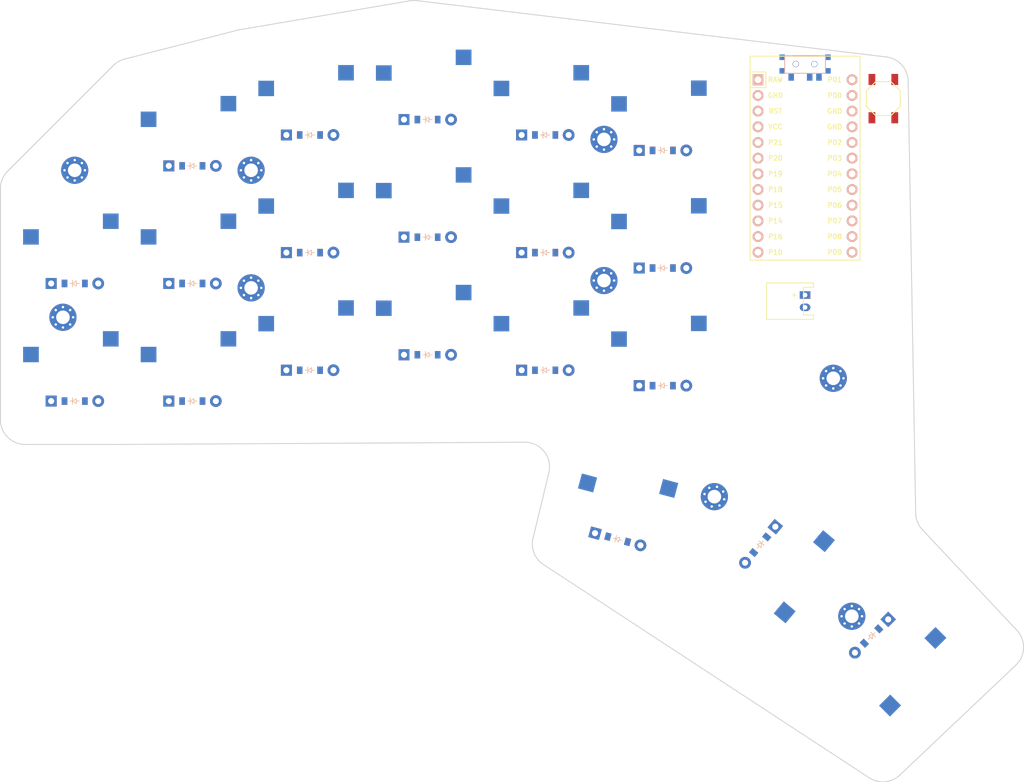
<source format=kicad_pcb>


(kicad_pcb (version 20171130) (host pcbnew 5.1.6)

  (page A3)
  (title_block
    (title "juubo_left")
    (rev "v1.0.0")
    (company "Unknown")
  )

  (general
    (thickness 1.6)
  )

  (layers
    (0 F.Cu signal)
    (31 B.Cu signal)
    (32 B.Adhes user)
    (33 F.Adhes user)
    (34 B.Paste user)
    (35 F.Paste user)
    (36 B.SilkS user)
    (37 F.SilkS user)
    (38 B.Mask user)
    (39 F.Mask user)
    (40 Dwgs.User user)
    (41 Cmts.User user)
    (42 Eco1.User user)
    (43 Eco2.User user)
    (44 Edge.Cuts user)
    (45 Margin user)
    (46 B.CrtYd user)
    (47 F.CrtYd user)
    (48 B.Fab user)
    (49 F.Fab user)
  )

  (setup
    (last_trace_width 0.25)
    (trace_clearance 0.2)
    (zone_clearance 0.508)
    (zone_45_only no)
    (trace_min 0.2)
    (via_size 0.8)
    (via_drill 0.4)
    (via_min_size 0.4)
    (via_min_drill 0.3)
    (uvia_size 0.3)
    (uvia_drill 0.1)
    (uvias_allowed no)
    (uvia_min_size 0.2)
    (uvia_min_drill 0.1)
    (edge_width 0.05)
    (segment_width 0.2)
    (pcb_text_width 0.3)
    (pcb_text_size 1.5 1.5)
    (mod_edge_width 0.12)
    (mod_text_size 1 1)
    (mod_text_width 0.15)
    (pad_size 1.524 1.524)
    (pad_drill 0.762)
    (pad_to_mask_clearance 0.05)
    (aux_axis_origin 0 0)
    (visible_elements FFFFFF7F)
    (pcbplotparams
      (layerselection 0x010fc_ffffffff)
      (usegerberextensions false)
      (usegerberattributes true)
      (usegerberadvancedattributes true)
      (creategerberjobfile true)
      (excludeedgelayer true)
      (linewidth 0.100000)
      (plotframeref false)
      (viasonmask false)
      (mode 1)
      (useauxorigin false)
      (hpglpennumber 1)
      (hpglpenspeed 20)
      (hpglpendiameter 15.000000)
      (psnegative false)
      (psa4output false)
      (plotreference true)
      (plotvalue true)
      (plotinvisibletext false)
      (padsonsilk false)
      (subtractmaskfromsilk false)
      (outputformat 1)
      (mirror false)
      (drillshape 1)
      (scaleselection 1)
      (outputdirectory ""))
  )

  (net 0 "")
(net 1 "P21")
(net 2 "outer_bottom")
(net 3 "outer_home")
(net 4 "P20")
(net 5 "pinky_bottom")
(net 6 "pinky_home")
(net 7 "pinky_top")
(net 8 "P19")
(net 9 "ring_bottom")
(net 10 "ring_home")
(net 11 "ring_top")
(net 12 "P18")
(net 13 "middle_bottom")
(net 14 "middle_home")
(net 15 "middle_top")
(net 16 "P15")
(net 17 "index_bottom")
(net 18 "index_home")
(net 19 "index_top")
(net 20 "P14")
(net 21 "inner_bottom")
(net 22 "inner_home")
(net 23 "inner_top")
(net 24 "layer_cluster")
(net 25 "space_cluster")
(net 26 "extra_cluster")
(net 27 "P9")
(net 28 "P10")
(net 29 "P16")
(net 30 "P8")
(net 31 "RAW")
(net 32 "GND")
(net 33 "RST")
(net 34 "VCC")
(net 35 "P1")
(net 36 "P0")
(net 37 "P2")
(net 38 "P3")
(net 39 "P4")
(net 40 "P5")
(net 41 "P6")
(net 42 "P7")
(net 43 "B+")

  (net_class Default "This is the default net class."
    (clearance 0.2)
    (trace_width 0.25)
    (via_dia 0.8)
    (via_drill 0.4)
    (uvia_dia 0.3)
    (uvia_drill 0.1)
    (add_net "")
(add_net "P21")
(add_net "outer_bottom")
(add_net "outer_home")
(add_net "P20")
(add_net "pinky_bottom")
(add_net "pinky_home")
(add_net "pinky_top")
(add_net "P19")
(add_net "ring_bottom")
(add_net "ring_home")
(add_net "ring_top")
(add_net "P18")
(add_net "middle_bottom")
(add_net "middle_home")
(add_net "middle_top")
(add_net "P15")
(add_net "index_bottom")
(add_net "index_home")
(add_net "index_top")
(add_net "P14")
(add_net "inner_bottom")
(add_net "inner_home")
(add_net "inner_top")
(add_net "layer_cluster")
(add_net "space_cluster")
(add_net "extra_cluster")
(add_net "P9")
(add_net "P10")
(add_net "P16")
(add_net "P8")
(add_net "RAW")
(add_net "GND")
(add_net "RST")
(add_net "VCC")
(add_net "P1")
(add_net "P0")
(add_net "P2")
(add_net "P3")
(add_net "P4")
(add_net "P5")
(add_net "P6")
(add_net "P7")
(add_net "B+")
  )

  
        
      (module MX (layer F.Cu) (tedit 5DD4F656)
      (at 100 100 0)

      
      (fp_text reference "S1" (at 0 0) (layer F.SilkS) hide (effects (font (size 1.27 1.27) (thickness 0.15))))
      (fp_text value "" (at 0 0) (layer F.SilkS) hide (effects (font (size 1.27 1.27) (thickness 0.15))))

      
      (fp_line (start -7 -6) (end -7 -7) (layer Dwgs.User) (width 0.15))
      (fp_line (start -7 7) (end -6 7) (layer Dwgs.User) (width 0.15))
      (fp_line (start -6 -7) (end -7 -7) (layer Dwgs.User) (width 0.15))
      (fp_line (start -7 7) (end -7 6) (layer Dwgs.User) (width 0.15))
      (fp_line (start 7 6) (end 7 7) (layer Dwgs.User) (width 0.15))
      (fp_line (start 7 -7) (end 6 -7) (layer Dwgs.User) (width 0.15))
      (fp_line (start 6 7) (end 7 7) (layer Dwgs.User) (width 0.15))
      (fp_line (start 7 -7) (end 7 -6) (layer Dwgs.User) (width 0.15))
    
      
      (pad "" np_thru_hole circle (at 0 0) (size 3.9878 3.9878) (drill 3.9878) (layers *.Cu *.Mask))

      
      (pad "" np_thru_hole circle (at 5.08 0) (size 1.7018 1.7018) (drill 1.7018) (layers *.Cu *.Mask))
      (pad "" np_thru_hole circle (at -5.08 0) (size 1.7018 1.7018) (drill 1.7018) (layers *.Cu *.Mask))
      
        
      
      (fp_line (start -9.5 -9.5) (end 9.5 -9.5) (layer Dwgs.User) (width 0.15))
      (fp_line (start 9.5 -9.5) (end 9.5 9.5) (layer Dwgs.User) (width 0.15))
      (fp_line (start 9.5 9.5) (end -9.5 9.5) (layer Dwgs.User) (width 0.15))
      (fp_line (start -9.5 9.5) (end -9.5 -9.5) (layer Dwgs.User) (width 0.15))
      
        
        
        (pad "" np_thru_hole circle (at 2.54 -5.08) (size 3 3) (drill 3) (layers *.Cu *.Mask))
        (pad "" np_thru_hole circle (at -3.81 -2.54) (size 3 3) (drill 3) (layers *.Cu *.Mask))
        
        
        (pad 1 smd rect (at -7.085 -2.54 0) (size 2.55 2.5) (layers B.Cu B.Paste B.Mask) (net 1 "P21"))
        (pad 2 smd rect (at 5.842 -5.08 0) (size 2.55 2.5) (layers B.Cu B.Paste B.Mask) (net 2 "outer_bottom"))
        )
        

        
      (module MX (layer F.Cu) (tedit 5DD4F656)
      (at 100 80.95 0)

      
      (fp_text reference "S2" (at 0 0) (layer F.SilkS) hide (effects (font (size 1.27 1.27) (thickness 0.15))))
      (fp_text value "" (at 0 0) (layer F.SilkS) hide (effects (font (size 1.27 1.27) (thickness 0.15))))

      
      (fp_line (start -7 -6) (end -7 -7) (layer Dwgs.User) (width 0.15))
      (fp_line (start -7 7) (end -6 7) (layer Dwgs.User) (width 0.15))
      (fp_line (start -6 -7) (end -7 -7) (layer Dwgs.User) (width 0.15))
      (fp_line (start -7 7) (end -7 6) (layer Dwgs.User) (width 0.15))
      (fp_line (start 7 6) (end 7 7) (layer Dwgs.User) (width 0.15))
      (fp_line (start 7 -7) (end 6 -7) (layer Dwgs.User) (width 0.15))
      (fp_line (start 6 7) (end 7 7) (layer Dwgs.User) (width 0.15))
      (fp_line (start 7 -7) (end 7 -6) (layer Dwgs.User) (width 0.15))
    
      
      (pad "" np_thru_hole circle (at 0 0) (size 3.9878 3.9878) (drill 3.9878) (layers *.Cu *.Mask))

      
      (pad "" np_thru_hole circle (at 5.08 0) (size 1.7018 1.7018) (drill 1.7018) (layers *.Cu *.Mask))
      (pad "" np_thru_hole circle (at -5.08 0) (size 1.7018 1.7018) (drill 1.7018) (layers *.Cu *.Mask))
      
        
      
      (fp_line (start -9.5 -9.5) (end 9.5 -9.5) (layer Dwgs.User) (width 0.15))
      (fp_line (start 9.5 -9.5) (end 9.5 9.5) (layer Dwgs.User) (width 0.15))
      (fp_line (start 9.5 9.5) (end -9.5 9.5) (layer Dwgs.User) (width 0.15))
      (fp_line (start -9.5 9.5) (end -9.5 -9.5) (layer Dwgs.User) (width 0.15))
      
        
        
        (pad "" np_thru_hole circle (at 2.54 -5.08) (size 3 3) (drill 3) (layers *.Cu *.Mask))
        (pad "" np_thru_hole circle (at -3.81 -2.54) (size 3 3) (drill 3) (layers *.Cu *.Mask))
        
        
        (pad 1 smd rect (at -7.085 -2.54 0) (size 2.55 2.5) (layers B.Cu B.Paste B.Mask) (net 1 "P21"))
        (pad 2 smd rect (at 5.842 -5.08 0) (size 2.55 2.5) (layers B.Cu B.Paste B.Mask) (net 3 "outer_home"))
        )
        

        
      (module MX (layer F.Cu) (tedit 5DD4F656)
      (at 119.05 100 0)

      
      (fp_text reference "S3" (at 0 0) (layer F.SilkS) hide (effects (font (size 1.27 1.27) (thickness 0.15))))
      (fp_text value "" (at 0 0) (layer F.SilkS) hide (effects (font (size 1.27 1.27) (thickness 0.15))))

      
      (fp_line (start -7 -6) (end -7 -7) (layer Dwgs.User) (width 0.15))
      (fp_line (start -7 7) (end -6 7) (layer Dwgs.User) (width 0.15))
      (fp_line (start -6 -7) (end -7 -7) (layer Dwgs.User) (width 0.15))
      (fp_line (start -7 7) (end -7 6) (layer Dwgs.User) (width 0.15))
      (fp_line (start 7 6) (end 7 7) (layer Dwgs.User) (width 0.15))
      (fp_line (start 7 -7) (end 6 -7) (layer Dwgs.User) (width 0.15))
      (fp_line (start 6 7) (end 7 7) (layer Dwgs.User) (width 0.15))
      (fp_line (start 7 -7) (end 7 -6) (layer Dwgs.User) (width 0.15))
    
      
      (pad "" np_thru_hole circle (at 0 0) (size 3.9878 3.9878) (drill 3.9878) (layers *.Cu *.Mask))

      
      (pad "" np_thru_hole circle (at 5.08 0) (size 1.7018 1.7018) (drill 1.7018) (layers *.Cu *.Mask))
      (pad "" np_thru_hole circle (at -5.08 0) (size 1.7018 1.7018) (drill 1.7018) (layers *.Cu *.Mask))
      
        
      
      (fp_line (start -9.5 -9.5) (end 9.5 -9.5) (layer Dwgs.User) (width 0.15))
      (fp_line (start 9.5 -9.5) (end 9.5 9.5) (layer Dwgs.User) (width 0.15))
      (fp_line (start 9.5 9.5) (end -9.5 9.5) (layer Dwgs.User) (width 0.15))
      (fp_line (start -9.5 9.5) (end -9.5 -9.5) (layer Dwgs.User) (width 0.15))
      
        
        
        (pad "" np_thru_hole circle (at 2.54 -5.08) (size 3 3) (drill 3) (layers *.Cu *.Mask))
        (pad "" np_thru_hole circle (at -3.81 -2.54) (size 3 3) (drill 3) (layers *.Cu *.Mask))
        
        
        (pad 1 smd rect (at -7.085 -2.54 0) (size 2.55 2.5) (layers B.Cu B.Paste B.Mask) (net 4 "P20"))
        (pad 2 smd rect (at 5.842 -5.08 0) (size 2.55 2.5) (layers B.Cu B.Paste B.Mask) (net 5 "pinky_bottom"))
        )
        

        
      (module MX (layer F.Cu) (tedit 5DD4F656)
      (at 119.05 80.95 0)

      
      (fp_text reference "S4" (at 0 0) (layer F.SilkS) hide (effects (font (size 1.27 1.27) (thickness 0.15))))
      (fp_text value "" (at 0 0) (layer F.SilkS) hide (effects (font (size 1.27 1.27) (thickness 0.15))))

      
      (fp_line (start -7 -6) (end -7 -7) (layer Dwgs.User) (width 0.15))
      (fp_line (start -7 7) (end -6 7) (layer Dwgs.User) (width 0.15))
      (fp_line (start -6 -7) (end -7 -7) (layer Dwgs.User) (width 0.15))
      (fp_line (start -7 7) (end -7 6) (layer Dwgs.User) (width 0.15))
      (fp_line (start 7 6) (end 7 7) (layer Dwgs.User) (width 0.15))
      (fp_line (start 7 -7) (end 6 -7) (layer Dwgs.User) (width 0.15))
      (fp_line (start 6 7) (end 7 7) (layer Dwgs.User) (width 0.15))
      (fp_line (start 7 -7) (end 7 -6) (layer Dwgs.User) (width 0.15))
    
      
      (pad "" np_thru_hole circle (at 0 0) (size 3.9878 3.9878) (drill 3.9878) (layers *.Cu *.Mask))

      
      (pad "" np_thru_hole circle (at 5.08 0) (size 1.7018 1.7018) (drill 1.7018) (layers *.Cu *.Mask))
      (pad "" np_thru_hole circle (at -5.08 0) (size 1.7018 1.7018) (drill 1.7018) (layers *.Cu *.Mask))
      
        
      
      (fp_line (start -9.5 -9.5) (end 9.5 -9.5) (layer Dwgs.User) (width 0.15))
      (fp_line (start 9.5 -9.5) (end 9.5 9.5) (layer Dwgs.User) (width 0.15))
      (fp_line (start 9.5 9.5) (end -9.5 9.5) (layer Dwgs.User) (width 0.15))
      (fp_line (start -9.5 9.5) (end -9.5 -9.5) (layer Dwgs.User) (width 0.15))
      
        
        
        (pad "" np_thru_hole circle (at 2.54 -5.08) (size 3 3) (drill 3) (layers *.Cu *.Mask))
        (pad "" np_thru_hole circle (at -3.81 -2.54) (size 3 3) (drill 3) (layers *.Cu *.Mask))
        
        
        (pad 1 smd rect (at -7.085 -2.54 0) (size 2.55 2.5) (layers B.Cu B.Paste B.Mask) (net 4 "P20"))
        (pad 2 smd rect (at 5.842 -5.08 0) (size 2.55 2.5) (layers B.Cu B.Paste B.Mask) (net 6 "pinky_home"))
        )
        

        
      (module MX (layer F.Cu) (tedit 5DD4F656)
      (at 119.05 61.900000000000006 0)

      
      (fp_text reference "S5" (at 0 0) (layer F.SilkS) hide (effects (font (size 1.27 1.27) (thickness 0.15))))
      (fp_text value "" (at 0 0) (layer F.SilkS) hide (effects (font (size 1.27 1.27) (thickness 0.15))))

      
      (fp_line (start -7 -6) (end -7 -7) (layer Dwgs.User) (width 0.15))
      (fp_line (start -7 7) (end -6 7) (layer Dwgs.User) (width 0.15))
      (fp_line (start -6 -7) (end -7 -7) (layer Dwgs.User) (width 0.15))
      (fp_line (start -7 7) (end -7 6) (layer Dwgs.User) (width 0.15))
      (fp_line (start 7 6) (end 7 7) (layer Dwgs.User) (width 0.15))
      (fp_line (start 7 -7) (end 6 -7) (layer Dwgs.User) (width 0.15))
      (fp_line (start 6 7) (end 7 7) (layer Dwgs.User) (width 0.15))
      (fp_line (start 7 -7) (end 7 -6) (layer Dwgs.User) (width 0.15))
    
      
      (pad "" np_thru_hole circle (at 0 0) (size 3.9878 3.9878) (drill 3.9878) (layers *.Cu *.Mask))

      
      (pad "" np_thru_hole circle (at 5.08 0) (size 1.7018 1.7018) (drill 1.7018) (layers *.Cu *.Mask))
      (pad "" np_thru_hole circle (at -5.08 0) (size 1.7018 1.7018) (drill 1.7018) (layers *.Cu *.Mask))
      
        
      
      (fp_line (start -9.5 -9.5) (end 9.5 -9.5) (layer Dwgs.User) (width 0.15))
      (fp_line (start 9.5 -9.5) (end 9.5 9.5) (layer Dwgs.User) (width 0.15))
      (fp_line (start 9.5 9.5) (end -9.5 9.5) (layer Dwgs.User) (width 0.15))
      (fp_line (start -9.5 9.5) (end -9.5 -9.5) (layer Dwgs.User) (width 0.15))
      
        
        
        (pad "" np_thru_hole circle (at 2.54 -5.08) (size 3 3) (drill 3) (layers *.Cu *.Mask))
        (pad "" np_thru_hole circle (at -3.81 -2.54) (size 3 3) (drill 3) (layers *.Cu *.Mask))
        
        
        (pad 1 smd rect (at -7.085 -2.54 0) (size 2.55 2.5) (layers B.Cu B.Paste B.Mask) (net 4 "P20"))
        (pad 2 smd rect (at 5.842 -5.08 0) (size 2.55 2.5) (layers B.Cu B.Paste B.Mask) (net 7 "pinky_top"))
        )
        

        
      (module MX (layer F.Cu) (tedit 5DD4F656)
      (at 138.1 95 0)

      
      (fp_text reference "S6" (at 0 0) (layer F.SilkS) hide (effects (font (size 1.27 1.27) (thickness 0.15))))
      (fp_text value "" (at 0 0) (layer F.SilkS) hide (effects (font (size 1.27 1.27) (thickness 0.15))))

      
      (fp_line (start -7 -6) (end -7 -7) (layer Dwgs.User) (width 0.15))
      (fp_line (start -7 7) (end -6 7) (layer Dwgs.User) (width 0.15))
      (fp_line (start -6 -7) (end -7 -7) (layer Dwgs.User) (width 0.15))
      (fp_line (start -7 7) (end -7 6) (layer Dwgs.User) (width 0.15))
      (fp_line (start 7 6) (end 7 7) (layer Dwgs.User) (width 0.15))
      (fp_line (start 7 -7) (end 6 -7) (layer Dwgs.User) (width 0.15))
      (fp_line (start 6 7) (end 7 7) (layer Dwgs.User) (width 0.15))
      (fp_line (start 7 -7) (end 7 -6) (layer Dwgs.User) (width 0.15))
    
      
      (pad "" np_thru_hole circle (at 0 0) (size 3.9878 3.9878) (drill 3.9878) (layers *.Cu *.Mask))

      
      (pad "" np_thru_hole circle (at 5.08 0) (size 1.7018 1.7018) (drill 1.7018) (layers *.Cu *.Mask))
      (pad "" np_thru_hole circle (at -5.08 0) (size 1.7018 1.7018) (drill 1.7018) (layers *.Cu *.Mask))
      
        
      
      (fp_line (start -9.5 -9.5) (end 9.5 -9.5) (layer Dwgs.User) (width 0.15))
      (fp_line (start 9.5 -9.5) (end 9.5 9.5) (layer Dwgs.User) (width 0.15))
      (fp_line (start 9.5 9.5) (end -9.5 9.5) (layer Dwgs.User) (width 0.15))
      (fp_line (start -9.5 9.5) (end -9.5 -9.5) (layer Dwgs.User) (width 0.15))
      
        
        
        (pad "" np_thru_hole circle (at 2.54 -5.08) (size 3 3) (drill 3) (layers *.Cu *.Mask))
        (pad "" np_thru_hole circle (at -3.81 -2.54) (size 3 3) (drill 3) (layers *.Cu *.Mask))
        
        
        (pad 1 smd rect (at -7.085 -2.54 0) (size 2.55 2.5) (layers B.Cu B.Paste B.Mask) (net 8 "P19"))
        (pad 2 smd rect (at 5.842 -5.08 0) (size 2.55 2.5) (layers B.Cu B.Paste B.Mask) (net 9 "ring_bottom"))
        )
        

        
      (module MX (layer F.Cu) (tedit 5DD4F656)
      (at 138.1 75.95 0)

      
      (fp_text reference "S7" (at 0 0) (layer F.SilkS) hide (effects (font (size 1.27 1.27) (thickness 0.15))))
      (fp_text value "" (at 0 0) (layer F.SilkS) hide (effects (font (size 1.27 1.27) (thickness 0.15))))

      
      (fp_line (start -7 -6) (end -7 -7) (layer Dwgs.User) (width 0.15))
      (fp_line (start -7 7) (end -6 7) (layer Dwgs.User) (width 0.15))
      (fp_line (start -6 -7) (end -7 -7) (layer Dwgs.User) (width 0.15))
      (fp_line (start -7 7) (end -7 6) (layer Dwgs.User) (width 0.15))
      (fp_line (start 7 6) (end 7 7) (layer Dwgs.User) (width 0.15))
      (fp_line (start 7 -7) (end 6 -7) (layer Dwgs.User) (width 0.15))
      (fp_line (start 6 7) (end 7 7) (layer Dwgs.User) (width 0.15))
      (fp_line (start 7 -7) (end 7 -6) (layer Dwgs.User) (width 0.15))
    
      
      (pad "" np_thru_hole circle (at 0 0) (size 3.9878 3.9878) (drill 3.9878) (layers *.Cu *.Mask))

      
      (pad "" np_thru_hole circle (at 5.08 0) (size 1.7018 1.7018) (drill 1.7018) (layers *.Cu *.Mask))
      (pad "" np_thru_hole circle (at -5.08 0) (size 1.7018 1.7018) (drill 1.7018) (layers *.Cu *.Mask))
      
        
      
      (fp_line (start -9.5 -9.5) (end 9.5 -9.5) (layer Dwgs.User) (width 0.15))
      (fp_line (start 9.5 -9.5) (end 9.5 9.5) (layer Dwgs.User) (width 0.15))
      (fp_line (start 9.5 9.5) (end -9.5 9.5) (layer Dwgs.User) (width 0.15))
      (fp_line (start -9.5 9.5) (end -9.5 -9.5) (layer Dwgs.User) (width 0.15))
      
        
        
        (pad "" np_thru_hole circle (at 2.54 -5.08) (size 3 3) (drill 3) (layers *.Cu *.Mask))
        (pad "" np_thru_hole circle (at -3.81 -2.54) (size 3 3) (drill 3) (layers *.Cu *.Mask))
        
        
        (pad 1 smd rect (at -7.085 -2.54 0) (size 2.55 2.5) (layers B.Cu B.Paste B.Mask) (net 8 "P19"))
        (pad 2 smd rect (at 5.842 -5.08 0) (size 2.55 2.5) (layers B.Cu B.Paste B.Mask) (net 10 "ring_home"))
        )
        

        
      (module MX (layer F.Cu) (tedit 5DD4F656)
      (at 138.1 56.900000000000006 0)

      
      (fp_text reference "S8" (at 0 0) (layer F.SilkS) hide (effects (font (size 1.27 1.27) (thickness 0.15))))
      (fp_text value "" (at 0 0) (layer F.SilkS) hide (effects (font (size 1.27 1.27) (thickness 0.15))))

      
      (fp_line (start -7 -6) (end -7 -7) (layer Dwgs.User) (width 0.15))
      (fp_line (start -7 7) (end -6 7) (layer Dwgs.User) (width 0.15))
      (fp_line (start -6 -7) (end -7 -7) (layer Dwgs.User) (width 0.15))
      (fp_line (start -7 7) (end -7 6) (layer Dwgs.User) (width 0.15))
      (fp_line (start 7 6) (end 7 7) (layer Dwgs.User) (width 0.15))
      (fp_line (start 7 -7) (end 6 -7) (layer Dwgs.User) (width 0.15))
      (fp_line (start 6 7) (end 7 7) (layer Dwgs.User) (width 0.15))
      (fp_line (start 7 -7) (end 7 -6) (layer Dwgs.User) (width 0.15))
    
      
      (pad "" np_thru_hole circle (at 0 0) (size 3.9878 3.9878) (drill 3.9878) (layers *.Cu *.Mask))

      
      (pad "" np_thru_hole circle (at 5.08 0) (size 1.7018 1.7018) (drill 1.7018) (layers *.Cu *.Mask))
      (pad "" np_thru_hole circle (at -5.08 0) (size 1.7018 1.7018) (drill 1.7018) (layers *.Cu *.Mask))
      
        
      
      (fp_line (start -9.5 -9.5) (end 9.5 -9.5) (layer Dwgs.User) (width 0.15))
      (fp_line (start 9.5 -9.5) (end 9.5 9.5) (layer Dwgs.User) (width 0.15))
      (fp_line (start 9.5 9.5) (end -9.5 9.5) (layer Dwgs.User) (width 0.15))
      (fp_line (start -9.5 9.5) (end -9.5 -9.5) (layer Dwgs.User) (width 0.15))
      
        
        
        (pad "" np_thru_hole circle (at 2.54 -5.08) (size 3 3) (drill 3) (layers *.Cu *.Mask))
        (pad "" np_thru_hole circle (at -3.81 -2.54) (size 3 3) (drill 3) (layers *.Cu *.Mask))
        
        
        (pad 1 smd rect (at -7.085 -2.54 0) (size 2.55 2.5) (layers B.Cu B.Paste B.Mask) (net 8 "P19"))
        (pad 2 smd rect (at 5.842 -5.08 0) (size 2.55 2.5) (layers B.Cu B.Paste B.Mask) (net 11 "ring_top"))
        )
        

        
      (module MX (layer F.Cu) (tedit 5DD4F656)
      (at 157.15 92.5 0)

      
      (fp_text reference "S9" (at 0 0) (layer F.SilkS) hide (effects (font (size 1.27 1.27) (thickness 0.15))))
      (fp_text value "" (at 0 0) (layer F.SilkS) hide (effects (font (size 1.27 1.27) (thickness 0.15))))

      
      (fp_line (start -7 -6) (end -7 -7) (layer Dwgs.User) (width 0.15))
      (fp_line (start -7 7) (end -6 7) (layer Dwgs.User) (width 0.15))
      (fp_line (start -6 -7) (end -7 -7) (layer Dwgs.User) (width 0.15))
      (fp_line (start -7 7) (end -7 6) (layer Dwgs.User) (width 0.15))
      (fp_line (start 7 6) (end 7 7) (layer Dwgs.User) (width 0.15))
      (fp_line (start 7 -7) (end 6 -7) (layer Dwgs.User) (width 0.15))
      (fp_line (start 6 7) (end 7 7) (layer Dwgs.User) (width 0.15))
      (fp_line (start 7 -7) (end 7 -6) (layer Dwgs.User) (width 0.15))
    
      
      (pad "" np_thru_hole circle (at 0 0) (size 3.9878 3.9878) (drill 3.9878) (layers *.Cu *.Mask))

      
      (pad "" np_thru_hole circle (at 5.08 0) (size 1.7018 1.7018) (drill 1.7018) (layers *.Cu *.Mask))
      (pad "" np_thru_hole circle (at -5.08 0) (size 1.7018 1.7018) (drill 1.7018) (layers *.Cu *.Mask))
      
        
      
      (fp_line (start -9.5 -9.5) (end 9.5 -9.5) (layer Dwgs.User) (width 0.15))
      (fp_line (start 9.5 -9.5) (end 9.5 9.5) (layer Dwgs.User) (width 0.15))
      (fp_line (start 9.5 9.5) (end -9.5 9.5) (layer Dwgs.User) (width 0.15))
      (fp_line (start -9.5 9.5) (end -9.5 -9.5) (layer Dwgs.User) (width 0.15))
      
        
        
        (pad "" np_thru_hole circle (at 2.54 -5.08) (size 3 3) (drill 3) (layers *.Cu *.Mask))
        (pad "" np_thru_hole circle (at -3.81 -2.54) (size 3 3) (drill 3) (layers *.Cu *.Mask))
        
        
        (pad 1 smd rect (at -7.085 -2.54 0) (size 2.55 2.5) (layers B.Cu B.Paste B.Mask) (net 12 "P18"))
        (pad 2 smd rect (at 5.842 -5.08 0) (size 2.55 2.5) (layers B.Cu B.Paste B.Mask) (net 13 "middle_bottom"))
        )
        

        
      (module MX (layer F.Cu) (tedit 5DD4F656)
      (at 157.15 73.45 0)

      
      (fp_text reference "S10" (at 0 0) (layer F.SilkS) hide (effects (font (size 1.27 1.27) (thickness 0.15))))
      (fp_text value "" (at 0 0) (layer F.SilkS) hide (effects (font (size 1.27 1.27) (thickness 0.15))))

      
      (fp_line (start -7 -6) (end -7 -7) (layer Dwgs.User) (width 0.15))
      (fp_line (start -7 7) (end -6 7) (layer Dwgs.User) (width 0.15))
      (fp_line (start -6 -7) (end -7 -7) (layer Dwgs.User) (width 0.15))
      (fp_line (start -7 7) (end -7 6) (layer Dwgs.User) (width 0.15))
      (fp_line (start 7 6) (end 7 7) (layer Dwgs.User) (width 0.15))
      (fp_line (start 7 -7) (end 6 -7) (layer Dwgs.User) (width 0.15))
      (fp_line (start 6 7) (end 7 7) (layer Dwgs.User) (width 0.15))
      (fp_line (start 7 -7) (end 7 -6) (layer Dwgs.User) (width 0.15))
    
      
      (pad "" np_thru_hole circle (at 0 0) (size 3.9878 3.9878) (drill 3.9878) (layers *.Cu *.Mask))

      
      (pad "" np_thru_hole circle (at 5.08 0) (size 1.7018 1.7018) (drill 1.7018) (layers *.Cu *.Mask))
      (pad "" np_thru_hole circle (at -5.08 0) (size 1.7018 1.7018) (drill 1.7018) (layers *.Cu *.Mask))
      
        
      
      (fp_line (start -9.5 -9.5) (end 9.5 -9.5) (layer Dwgs.User) (width 0.15))
      (fp_line (start 9.5 -9.5) (end 9.5 9.5) (layer Dwgs.User) (width 0.15))
      (fp_line (start 9.5 9.5) (end -9.5 9.5) (layer Dwgs.User) (width 0.15))
      (fp_line (start -9.5 9.5) (end -9.5 -9.5) (layer Dwgs.User) (width 0.15))
      
        
        
        (pad "" np_thru_hole circle (at 2.54 -5.08) (size 3 3) (drill 3) (layers *.Cu *.Mask))
        (pad "" np_thru_hole circle (at -3.81 -2.54) (size 3 3) (drill 3) (layers *.Cu *.Mask))
        
        
        (pad 1 smd rect (at -7.085 -2.54 0) (size 2.55 2.5) (layers B.Cu B.Paste B.Mask) (net 12 "P18"))
        (pad 2 smd rect (at 5.842 -5.08 0) (size 2.55 2.5) (layers B.Cu B.Paste B.Mask) (net 14 "middle_home"))
        )
        

        
      (module MX (layer F.Cu) (tedit 5DD4F656)
      (at 157.15 54.400000000000006 0)

      
      (fp_text reference "S11" (at 0 0) (layer F.SilkS) hide (effects (font (size 1.27 1.27) (thickness 0.15))))
      (fp_text value "" (at 0 0) (layer F.SilkS) hide (effects (font (size 1.27 1.27) (thickness 0.15))))

      
      (fp_line (start -7 -6) (end -7 -7) (layer Dwgs.User) (width 0.15))
      (fp_line (start -7 7) (end -6 7) (layer Dwgs.User) (width 0.15))
      (fp_line (start -6 -7) (end -7 -7) (layer Dwgs.User) (width 0.15))
      (fp_line (start -7 7) (end -7 6) (layer Dwgs.User) (width 0.15))
      (fp_line (start 7 6) (end 7 7) (layer Dwgs.User) (width 0.15))
      (fp_line (start 7 -7) (end 6 -7) (layer Dwgs.User) (width 0.15))
      (fp_line (start 6 7) (end 7 7) (layer Dwgs.User) (width 0.15))
      (fp_line (start 7 -7) (end 7 -6) (layer Dwgs.User) (width 0.15))
    
      
      (pad "" np_thru_hole circle (at 0 0) (size 3.9878 3.9878) (drill 3.9878) (layers *.Cu *.Mask))

      
      (pad "" np_thru_hole circle (at 5.08 0) (size 1.7018 1.7018) (drill 1.7018) (layers *.Cu *.Mask))
      (pad "" np_thru_hole circle (at -5.08 0) (size 1.7018 1.7018) (drill 1.7018) (layers *.Cu *.Mask))
      
        
      
      (fp_line (start -9.5 -9.5) (end 9.5 -9.5) (layer Dwgs.User) (width 0.15))
      (fp_line (start 9.5 -9.5) (end 9.5 9.5) (layer Dwgs.User) (width 0.15))
      (fp_line (start 9.5 9.5) (end -9.5 9.5) (layer Dwgs.User) (width 0.15))
      (fp_line (start -9.5 9.5) (end -9.5 -9.5) (layer Dwgs.User) (width 0.15))
      
        
        
        (pad "" np_thru_hole circle (at 2.54 -5.08) (size 3 3) (drill 3) (layers *.Cu *.Mask))
        (pad "" np_thru_hole circle (at -3.81 -2.54) (size 3 3) (drill 3) (layers *.Cu *.Mask))
        
        
        (pad 1 smd rect (at -7.085 -2.54 0) (size 2.55 2.5) (layers B.Cu B.Paste B.Mask) (net 12 "P18"))
        (pad 2 smd rect (at 5.842 -5.08 0) (size 2.55 2.5) (layers B.Cu B.Paste B.Mask) (net 15 "middle_top"))
        )
        

        
      (module MX (layer F.Cu) (tedit 5DD4F656)
      (at 176.2 95 0)

      
      (fp_text reference "S12" (at 0 0) (layer F.SilkS) hide (effects (font (size 1.27 1.27) (thickness 0.15))))
      (fp_text value "" (at 0 0) (layer F.SilkS) hide (effects (font (size 1.27 1.27) (thickness 0.15))))

      
      (fp_line (start -7 -6) (end -7 -7) (layer Dwgs.User) (width 0.15))
      (fp_line (start -7 7) (end -6 7) (layer Dwgs.User) (width 0.15))
      (fp_line (start -6 -7) (end -7 -7) (layer Dwgs.User) (width 0.15))
      (fp_line (start -7 7) (end -7 6) (layer Dwgs.User) (width 0.15))
      (fp_line (start 7 6) (end 7 7) (layer Dwgs.User) (width 0.15))
      (fp_line (start 7 -7) (end 6 -7) (layer Dwgs.User) (width 0.15))
      (fp_line (start 6 7) (end 7 7) (layer Dwgs.User) (width 0.15))
      (fp_line (start 7 -7) (end 7 -6) (layer Dwgs.User) (width 0.15))
    
      
      (pad "" np_thru_hole circle (at 0 0) (size 3.9878 3.9878) (drill 3.9878) (layers *.Cu *.Mask))

      
      (pad "" np_thru_hole circle (at 5.08 0) (size 1.7018 1.7018) (drill 1.7018) (layers *.Cu *.Mask))
      (pad "" np_thru_hole circle (at -5.08 0) (size 1.7018 1.7018) (drill 1.7018) (layers *.Cu *.Mask))
      
        
      
      (fp_line (start -9.5 -9.5) (end 9.5 -9.5) (layer Dwgs.User) (width 0.15))
      (fp_line (start 9.5 -9.5) (end 9.5 9.5) (layer Dwgs.User) (width 0.15))
      (fp_line (start 9.5 9.5) (end -9.5 9.5) (layer Dwgs.User) (width 0.15))
      (fp_line (start -9.5 9.5) (end -9.5 -9.5) (layer Dwgs.User) (width 0.15))
      
        
        
        (pad "" np_thru_hole circle (at 2.54 -5.08) (size 3 3) (drill 3) (layers *.Cu *.Mask))
        (pad "" np_thru_hole circle (at -3.81 -2.54) (size 3 3) (drill 3) (layers *.Cu *.Mask))
        
        
        (pad 1 smd rect (at -7.085 -2.54 0) (size 2.55 2.5) (layers B.Cu B.Paste B.Mask) (net 16 "P15"))
        (pad 2 smd rect (at 5.842 -5.08 0) (size 2.55 2.5) (layers B.Cu B.Paste B.Mask) (net 17 "index_bottom"))
        )
        

        
      (module MX (layer F.Cu) (tedit 5DD4F656)
      (at 176.2 75.95 0)

      
      (fp_text reference "S13" (at 0 0) (layer F.SilkS) hide (effects (font (size 1.27 1.27) (thickness 0.15))))
      (fp_text value "" (at 0 0) (layer F.SilkS) hide (effects (font (size 1.27 1.27) (thickness 0.15))))

      
      (fp_line (start -7 -6) (end -7 -7) (layer Dwgs.User) (width 0.15))
      (fp_line (start -7 7) (end -6 7) (layer Dwgs.User) (width 0.15))
      (fp_line (start -6 -7) (end -7 -7) (layer Dwgs.User) (width 0.15))
      (fp_line (start -7 7) (end -7 6) (layer Dwgs.User) (width 0.15))
      (fp_line (start 7 6) (end 7 7) (layer Dwgs.User) (width 0.15))
      (fp_line (start 7 -7) (end 6 -7) (layer Dwgs.User) (width 0.15))
      (fp_line (start 6 7) (end 7 7) (layer Dwgs.User) (width 0.15))
      (fp_line (start 7 -7) (end 7 -6) (layer Dwgs.User) (width 0.15))
    
      
      (pad "" np_thru_hole circle (at 0 0) (size 3.9878 3.9878) (drill 3.9878) (layers *.Cu *.Mask))

      
      (pad "" np_thru_hole circle (at 5.08 0) (size 1.7018 1.7018) (drill 1.7018) (layers *.Cu *.Mask))
      (pad "" np_thru_hole circle (at -5.08 0) (size 1.7018 1.7018) (drill 1.7018) (layers *.Cu *.Mask))
      
        
      
      (fp_line (start -9.5 -9.5) (end 9.5 -9.5) (layer Dwgs.User) (width 0.15))
      (fp_line (start 9.5 -9.5) (end 9.5 9.5) (layer Dwgs.User) (width 0.15))
      (fp_line (start 9.5 9.5) (end -9.5 9.5) (layer Dwgs.User) (width 0.15))
      (fp_line (start -9.5 9.5) (end -9.5 -9.5) (layer Dwgs.User) (width 0.15))
      
        
        
        (pad "" np_thru_hole circle (at 2.54 -5.08) (size 3 3) (drill 3) (layers *.Cu *.Mask))
        (pad "" np_thru_hole circle (at -3.81 -2.54) (size 3 3) (drill 3) (layers *.Cu *.Mask))
        
        
        (pad 1 smd rect (at -7.085 -2.54 0) (size 2.55 2.5) (layers B.Cu B.Paste B.Mask) (net 16 "P15"))
        (pad 2 smd rect (at 5.842 -5.08 0) (size 2.55 2.5) (layers B.Cu B.Paste B.Mask) (net 18 "index_home"))
        )
        

        
      (module MX (layer F.Cu) (tedit 5DD4F656)
      (at 176.2 56.900000000000006 0)

      
      (fp_text reference "S14" (at 0 0) (layer F.SilkS) hide (effects (font (size 1.27 1.27) (thickness 0.15))))
      (fp_text value "" (at 0 0) (layer F.SilkS) hide (effects (font (size 1.27 1.27) (thickness 0.15))))

      
      (fp_line (start -7 -6) (end -7 -7) (layer Dwgs.User) (width 0.15))
      (fp_line (start -7 7) (end -6 7) (layer Dwgs.User) (width 0.15))
      (fp_line (start -6 -7) (end -7 -7) (layer Dwgs.User) (width 0.15))
      (fp_line (start -7 7) (end -7 6) (layer Dwgs.User) (width 0.15))
      (fp_line (start 7 6) (end 7 7) (layer Dwgs.User) (width 0.15))
      (fp_line (start 7 -7) (end 6 -7) (layer Dwgs.User) (width 0.15))
      (fp_line (start 6 7) (end 7 7) (layer Dwgs.User) (width 0.15))
      (fp_line (start 7 -7) (end 7 -6) (layer Dwgs.User) (width 0.15))
    
      
      (pad "" np_thru_hole circle (at 0 0) (size 3.9878 3.9878) (drill 3.9878) (layers *.Cu *.Mask))

      
      (pad "" np_thru_hole circle (at 5.08 0) (size 1.7018 1.7018) (drill 1.7018) (layers *.Cu *.Mask))
      (pad "" np_thru_hole circle (at -5.08 0) (size 1.7018 1.7018) (drill 1.7018) (layers *.Cu *.Mask))
      
        
      
      (fp_line (start -9.5 -9.5) (end 9.5 -9.5) (layer Dwgs.User) (width 0.15))
      (fp_line (start 9.5 -9.5) (end 9.5 9.5) (layer Dwgs.User) (width 0.15))
      (fp_line (start 9.5 9.5) (end -9.5 9.5) (layer Dwgs.User) (width 0.15))
      (fp_line (start -9.5 9.5) (end -9.5 -9.5) (layer Dwgs.User) (width 0.15))
      
        
        
        (pad "" np_thru_hole circle (at 2.54 -5.08) (size 3 3) (drill 3) (layers *.Cu *.Mask))
        (pad "" np_thru_hole circle (at -3.81 -2.54) (size 3 3) (drill 3) (layers *.Cu *.Mask))
        
        
        (pad 1 smd rect (at -7.085 -2.54 0) (size 2.55 2.5) (layers B.Cu B.Paste B.Mask) (net 16 "P15"))
        (pad 2 smd rect (at 5.842 -5.08 0) (size 2.55 2.5) (layers B.Cu B.Paste B.Mask) (net 19 "index_top"))
        )
        

        
      (module MX (layer F.Cu) (tedit 5DD4F656)
      (at 195.25 97.5 0)

      
      (fp_text reference "S15" (at 0 0) (layer F.SilkS) hide (effects (font (size 1.27 1.27) (thickness 0.15))))
      (fp_text value "" (at 0 0) (layer F.SilkS) hide (effects (font (size 1.27 1.27) (thickness 0.15))))

      
      (fp_line (start -7 -6) (end -7 -7) (layer Dwgs.User) (width 0.15))
      (fp_line (start -7 7) (end -6 7) (layer Dwgs.User) (width 0.15))
      (fp_line (start -6 -7) (end -7 -7) (layer Dwgs.User) (width 0.15))
      (fp_line (start -7 7) (end -7 6) (layer Dwgs.User) (width 0.15))
      (fp_line (start 7 6) (end 7 7) (layer Dwgs.User) (width 0.15))
      (fp_line (start 7 -7) (end 6 -7) (layer Dwgs.User) (width 0.15))
      (fp_line (start 6 7) (end 7 7) (layer Dwgs.User) (width 0.15))
      (fp_line (start 7 -7) (end 7 -6) (layer Dwgs.User) (width 0.15))
    
      
      (pad "" np_thru_hole circle (at 0 0) (size 3.9878 3.9878) (drill 3.9878) (layers *.Cu *.Mask))

      
      (pad "" np_thru_hole circle (at 5.08 0) (size 1.7018 1.7018) (drill 1.7018) (layers *.Cu *.Mask))
      (pad "" np_thru_hole circle (at -5.08 0) (size 1.7018 1.7018) (drill 1.7018) (layers *.Cu *.Mask))
      
        
      
      (fp_line (start -9.5 -9.5) (end 9.5 -9.5) (layer Dwgs.User) (width 0.15))
      (fp_line (start 9.5 -9.5) (end 9.5 9.5) (layer Dwgs.User) (width 0.15))
      (fp_line (start 9.5 9.5) (end -9.5 9.5) (layer Dwgs.User) (width 0.15))
      (fp_line (start -9.5 9.5) (end -9.5 -9.5) (layer Dwgs.User) (width 0.15))
      
        
        
        (pad "" np_thru_hole circle (at 2.54 -5.08) (size 3 3) (drill 3) (layers *.Cu *.Mask))
        (pad "" np_thru_hole circle (at -3.81 -2.54) (size 3 3) (drill 3) (layers *.Cu *.Mask))
        
        
        (pad 1 smd rect (at -7.085 -2.54 0) (size 2.55 2.5) (layers B.Cu B.Paste B.Mask) (net 20 "P14"))
        (pad 2 smd rect (at 5.842 -5.08 0) (size 2.55 2.5) (layers B.Cu B.Paste B.Mask) (net 21 "inner_bottom"))
        )
        

        
      (module MX (layer F.Cu) (tedit 5DD4F656)
      (at 195.25 78.45 0)

      
      (fp_text reference "S16" (at 0 0) (layer F.SilkS) hide (effects (font (size 1.27 1.27) (thickness 0.15))))
      (fp_text value "" (at 0 0) (layer F.SilkS) hide (effects (font (size 1.27 1.27) (thickness 0.15))))

      
      (fp_line (start -7 -6) (end -7 -7) (layer Dwgs.User) (width 0.15))
      (fp_line (start -7 7) (end -6 7) (layer Dwgs.User) (width 0.15))
      (fp_line (start -6 -7) (end -7 -7) (layer Dwgs.User) (width 0.15))
      (fp_line (start -7 7) (end -7 6) (layer Dwgs.User) (width 0.15))
      (fp_line (start 7 6) (end 7 7) (layer Dwgs.User) (width 0.15))
      (fp_line (start 7 -7) (end 6 -7) (layer Dwgs.User) (width 0.15))
      (fp_line (start 6 7) (end 7 7) (layer Dwgs.User) (width 0.15))
      (fp_line (start 7 -7) (end 7 -6) (layer Dwgs.User) (width 0.15))
    
      
      (pad "" np_thru_hole circle (at 0 0) (size 3.9878 3.9878) (drill 3.9878) (layers *.Cu *.Mask))

      
      (pad "" np_thru_hole circle (at 5.08 0) (size 1.7018 1.7018) (drill 1.7018) (layers *.Cu *.Mask))
      (pad "" np_thru_hole circle (at -5.08 0) (size 1.7018 1.7018) (drill 1.7018) (layers *.Cu *.Mask))
      
        
      
      (fp_line (start -9.5 -9.5) (end 9.5 -9.5) (layer Dwgs.User) (width 0.15))
      (fp_line (start 9.5 -9.5) (end 9.5 9.5) (layer Dwgs.User) (width 0.15))
      (fp_line (start 9.5 9.5) (end -9.5 9.5) (layer Dwgs.User) (width 0.15))
      (fp_line (start -9.5 9.5) (end -9.5 -9.5) (layer Dwgs.User) (width 0.15))
      
        
        
        (pad "" np_thru_hole circle (at 2.54 -5.08) (size 3 3) (drill 3) (layers *.Cu *.Mask))
        (pad "" np_thru_hole circle (at -3.81 -2.54) (size 3 3) (drill 3) (layers *.Cu *.Mask))
        
        
        (pad 1 smd rect (at -7.085 -2.54 0) (size 2.55 2.5) (layers B.Cu B.Paste B.Mask) (net 20 "P14"))
        (pad 2 smd rect (at 5.842 -5.08 0) (size 2.55 2.5) (layers B.Cu B.Paste B.Mask) (net 22 "inner_home"))
        )
        

        
      (module MX (layer F.Cu) (tedit 5DD4F656)
      (at 195.25 59.400000000000006 0)

      
      (fp_text reference "S17" (at 0 0) (layer F.SilkS) hide (effects (font (size 1.27 1.27) (thickness 0.15))))
      (fp_text value "" (at 0 0) (layer F.SilkS) hide (effects (font (size 1.27 1.27) (thickness 0.15))))

      
      (fp_line (start -7 -6) (end -7 -7) (layer Dwgs.User) (width 0.15))
      (fp_line (start -7 7) (end -6 7) (layer Dwgs.User) (width 0.15))
      (fp_line (start -6 -7) (end -7 -7) (layer Dwgs.User) (width 0.15))
      (fp_line (start -7 7) (end -7 6) (layer Dwgs.User) (width 0.15))
      (fp_line (start 7 6) (end 7 7) (layer Dwgs.User) (width 0.15))
      (fp_line (start 7 -7) (end 6 -7) (layer Dwgs.User) (width 0.15))
      (fp_line (start 6 7) (end 7 7) (layer Dwgs.User) (width 0.15))
      (fp_line (start 7 -7) (end 7 -6) (layer Dwgs.User) (width 0.15))
    
      
      (pad "" np_thru_hole circle (at 0 0) (size 3.9878 3.9878) (drill 3.9878) (layers *.Cu *.Mask))

      
      (pad "" np_thru_hole circle (at 5.08 0) (size 1.7018 1.7018) (drill 1.7018) (layers *.Cu *.Mask))
      (pad "" np_thru_hole circle (at -5.08 0) (size 1.7018 1.7018) (drill 1.7018) (layers *.Cu *.Mask))
      
        
      
      (fp_line (start -9.5 -9.5) (end 9.5 -9.5) (layer Dwgs.User) (width 0.15))
      (fp_line (start 9.5 -9.5) (end 9.5 9.5) (layer Dwgs.User) (width 0.15))
      (fp_line (start 9.5 9.5) (end -9.5 9.5) (layer Dwgs.User) (width 0.15))
      (fp_line (start -9.5 9.5) (end -9.5 -9.5) (layer Dwgs.User) (width 0.15))
      
        
        
        (pad "" np_thru_hole circle (at 2.54 -5.08) (size 3 3) (drill 3) (layers *.Cu *.Mask))
        (pad "" np_thru_hole circle (at -3.81 -2.54) (size 3 3) (drill 3) (layers *.Cu *.Mask))
        
        
        (pad 1 smd rect (at -7.085 -2.54 0) (size 2.55 2.5) (layers B.Cu B.Paste B.Mask) (net 20 "P14"))
        (pad 2 smd rect (at 5.842 -5.08 0) (size 2.55 2.5) (layers B.Cu B.Paste B.Mask) (net 23 "inner_top"))
        )
        

        
      (module MX (layer F.Cu) (tedit 5DD4F656)
      (at 189.25 122.55 -15)

      
      (fp_text reference "S18" (at 0 0) (layer F.SilkS) hide (effects (font (size 1.27 1.27) (thickness 0.15))))
      (fp_text value "" (at 0 0) (layer F.SilkS) hide (effects (font (size 1.27 1.27) (thickness 0.15))))

      
      (fp_line (start -7 -6) (end -7 -7) (layer Dwgs.User) (width 0.15))
      (fp_line (start -7 7) (end -6 7) (layer Dwgs.User) (width 0.15))
      (fp_line (start -6 -7) (end -7 -7) (layer Dwgs.User) (width 0.15))
      (fp_line (start -7 7) (end -7 6) (layer Dwgs.User) (width 0.15))
      (fp_line (start 7 6) (end 7 7) (layer Dwgs.User) (width 0.15))
      (fp_line (start 7 -7) (end 6 -7) (layer Dwgs.User) (width 0.15))
      (fp_line (start 6 7) (end 7 7) (layer Dwgs.User) (width 0.15))
      (fp_line (start 7 -7) (end 7 -6) (layer Dwgs.User) (width 0.15))
    
      
      (pad "" np_thru_hole circle (at 0 0) (size 3.9878 3.9878) (drill 3.9878) (layers *.Cu *.Mask))

      
      (pad "" np_thru_hole circle (at 5.08 0) (size 1.7018 1.7018) (drill 1.7018) (layers *.Cu *.Mask))
      (pad "" np_thru_hole circle (at -5.08 0) (size 1.7018 1.7018) (drill 1.7018) (layers *.Cu *.Mask))
      
        
      
      (fp_line (start -9.5 -9.5) (end 9.5 -9.5) (layer Dwgs.User) (width 0.15))
      (fp_line (start 9.5 -9.5) (end 9.5 9.5) (layer Dwgs.User) (width 0.15))
      (fp_line (start 9.5 9.5) (end -9.5 9.5) (layer Dwgs.User) (width 0.15))
      (fp_line (start -9.5 9.5) (end -9.5 -9.5) (layer Dwgs.User) (width 0.15))
      
        
        
        (pad "" np_thru_hole circle (at 2.54 -5.08) (size 3 3) (drill 3) (layers *.Cu *.Mask))
        (pad "" np_thru_hole circle (at -3.81 -2.54) (size 3 3) (drill 3) (layers *.Cu *.Mask))
        
        
        (pad 1 smd rect (at -7.085 -2.54 -15) (size 2.55 2.5) (layers B.Cu B.Paste B.Mask) (net 12 "P18"))
        (pad 2 smd rect (at 5.842 -5.08 -15) (size 2.55 2.5) (layers B.Cu B.Paste B.Mask) (net 24 "layer_cluster"))
        )
        

        
      (module MX (layer F.Cu) (tedit 5DD4F656)
      (at 214.8606555 131.48290680000002 -130)

      
      (fp_text reference "S19" (at 0 0) (layer F.SilkS) hide (effects (font (size 1.27 1.27) (thickness 0.15))))
      (fp_text value "" (at 0 0) (layer F.SilkS) hide (effects (font (size 1.27 1.27) (thickness 0.15))))

      
      (fp_line (start -7 -6) (end -7 -7) (layer Dwgs.User) (width 0.15))
      (fp_line (start -7 7) (end -6 7) (layer Dwgs.User) (width 0.15))
      (fp_line (start -6 -7) (end -7 -7) (layer Dwgs.User) (width 0.15))
      (fp_line (start -7 7) (end -7 6) (layer Dwgs.User) (width 0.15))
      (fp_line (start 7 6) (end 7 7) (layer Dwgs.User) (width 0.15))
      (fp_line (start 7 -7) (end 6 -7) (layer Dwgs.User) (width 0.15))
      (fp_line (start 6 7) (end 7 7) (layer Dwgs.User) (width 0.15))
      (fp_line (start 7 -7) (end 7 -6) (layer Dwgs.User) (width 0.15))
    
      
      (pad "" np_thru_hole circle (at 0 0) (size 3.9878 3.9878) (drill 3.9878) (layers *.Cu *.Mask))

      
      (pad "" np_thru_hole circle (at 5.08 0) (size 1.7018 1.7018) (drill 1.7018) (layers *.Cu *.Mask))
      (pad "" np_thru_hole circle (at -5.08 0) (size 1.7018 1.7018) (drill 1.7018) (layers *.Cu *.Mask))
      
        
      
      (fp_line (start -9.5 -9.5) (end 9.5 -9.5) (layer Dwgs.User) (width 0.15))
      (fp_line (start 9.5 -9.5) (end 9.5 9.5) (layer Dwgs.User) (width 0.15))
      (fp_line (start 9.5 9.5) (end -9.5 9.5) (layer Dwgs.User) (width 0.15))
      (fp_line (start -9.5 9.5) (end -9.5 -9.5) (layer Dwgs.User) (width 0.15))
      
        
        
        (pad "" np_thru_hole circle (at 2.54 -5.08) (size 3 3) (drill 3) (layers *.Cu *.Mask))
        (pad "" np_thru_hole circle (at -3.81 -2.54) (size 3 3) (drill 3) (layers *.Cu *.Mask))
        
        
        (pad 1 smd rect (at -7.085 -2.54 -130) (size 2.55 2.5) (layers B.Cu B.Paste B.Mask) (net 16 "P15"))
        (pad 2 smd rect (at 5.842 -5.08 -130) (size 2.55 2.5) (layers B.Cu B.Paste B.Mask) (net 25 "space_cluster"))
        )
        

        
      (module MX (layer F.Cu) (tedit 5DD4F656)
      (at 232.60520369999998 146.590306 -135)

      
      (fp_text reference "S20" (at 0 0) (layer F.SilkS) hide (effects (font (size 1.27 1.27) (thickness 0.15))))
      (fp_text value "" (at 0 0) (layer F.SilkS) hide (effects (font (size 1.27 1.27) (thickness 0.15))))

      
      (fp_line (start -7 -6) (end -7 -7) (layer Dwgs.User) (width 0.15))
      (fp_line (start -7 7) (end -6 7) (layer Dwgs.User) (width 0.15))
      (fp_line (start -6 -7) (end -7 -7) (layer Dwgs.User) (width 0.15))
      (fp_line (start -7 7) (end -7 6) (layer Dwgs.User) (width 0.15))
      (fp_line (start 7 6) (end 7 7) (layer Dwgs.User) (width 0.15))
      (fp_line (start 7 -7) (end 6 -7) (layer Dwgs.User) (width 0.15))
      (fp_line (start 6 7) (end 7 7) (layer Dwgs.User) (width 0.15))
      (fp_line (start 7 -7) (end 7 -6) (layer Dwgs.User) (width 0.15))
    
      
      (pad "" np_thru_hole circle (at 0 0) (size 3.9878 3.9878) (drill 3.9878) (layers *.Cu *.Mask))

      
      (pad "" np_thru_hole circle (at 5.08 0) (size 1.7018 1.7018) (drill 1.7018) (layers *.Cu *.Mask))
      (pad "" np_thru_hole circle (at -5.08 0) (size 1.7018 1.7018) (drill 1.7018) (layers *.Cu *.Mask))
      
        
      
      (fp_line (start -9.5 -9.5) (end 9.5 -9.5) (layer Dwgs.User) (width 0.15))
      (fp_line (start 9.5 -9.5) (end 9.5 9.5) (layer Dwgs.User) (width 0.15))
      (fp_line (start 9.5 9.5) (end -9.5 9.5) (layer Dwgs.User) (width 0.15))
      (fp_line (start -9.5 9.5) (end -9.5 -9.5) (layer Dwgs.User) (width 0.15))
      
        
        
        (pad "" np_thru_hole circle (at 2.54 -5.08) (size 3 3) (drill 3) (layers *.Cu *.Mask))
        (pad "" np_thru_hole circle (at -3.81 -2.54) (size 3 3) (drill 3) (layers *.Cu *.Mask))
        
        
        (pad 1 smd rect (at -7.085 -2.54 -135) (size 2.55 2.5) (layers B.Cu B.Paste B.Mask) (net 20 "P14"))
        (pad 2 smd rect (at 5.842 -5.08 -135) (size 2.55 2.5) (layers B.Cu B.Paste B.Mask) (net 26 "extra_cluster"))
        )
        

  
    (module ComboDiode (layer F.Cu) (tedit 5B24D78E)


        (at 100 105 0)

        
        (fp_text reference "D1" (at 0 0) (layer F.SilkS) hide (effects (font (size 1.27 1.27) (thickness 0.15))))
        (fp_text value "" (at 0 0) (layer F.SilkS) hide (effects (font (size 1.27 1.27) (thickness 0.15))))
        
        
        (fp_line (start 0.25 0) (end 0.75 0) (layer F.SilkS) (width 0.1))
        (fp_line (start 0.25 0.4) (end -0.35 0) (layer F.SilkS) (width 0.1))
        (fp_line (start 0.25 -0.4) (end 0.25 0.4) (layer F.SilkS) (width 0.1))
        (fp_line (start -0.35 0) (end 0.25 -0.4) (layer F.SilkS) (width 0.1))
        (fp_line (start -0.35 0) (end -0.35 0.55) (layer F.SilkS) (width 0.1))
        (fp_line (start -0.35 0) (end -0.35 -0.55) (layer F.SilkS) (width 0.1))
        (fp_line (start -0.75 0) (end -0.35 0) (layer F.SilkS) (width 0.1))
        (fp_line (start 0.25 0) (end 0.75 0) (layer B.SilkS) (width 0.1))
        (fp_line (start 0.25 0.4) (end -0.35 0) (layer B.SilkS) (width 0.1))
        (fp_line (start 0.25 -0.4) (end 0.25 0.4) (layer B.SilkS) (width 0.1))
        (fp_line (start -0.35 0) (end 0.25 -0.4) (layer B.SilkS) (width 0.1))
        (fp_line (start -0.35 0) (end -0.35 0.55) (layer B.SilkS) (width 0.1))
        (fp_line (start -0.35 0) (end -0.35 -0.55) (layer B.SilkS) (width 0.1))
        (fp_line (start -0.75 0) (end -0.35 0) (layer B.SilkS) (width 0.1))
    
        
        (pad 1 smd rect (at -1.65 0 0) (size 0.9 1.2) (layers F.Cu F.Paste F.Mask) (net 27 "P9"))
        (pad 2 smd rect (at 1.65 0 0) (size 0.9 1.2) (layers B.Cu B.Paste B.Mask) (net 2 "outer_bottom"))
        (pad 1 smd rect (at -1.65 0 0) (size 0.9 1.2) (layers B.Cu B.Paste B.Mask) (net 27 "P9"))
        (pad 2 smd rect (at 1.65 0 0) (size 0.9 1.2) (layers F.Cu F.Paste F.Mask) (net 2 "outer_bottom"))
        
        
        (pad 1 thru_hole rect (at -3.81 0 0) (size 1.778 1.778) (drill 0.9906) (layers *.Cu *.Mask) (net 27 "P9"))
        (pad 2 thru_hole circle (at 3.81 0 0) (size 1.905 1.905) (drill 0.9906) (layers *.Cu *.Mask) (net 2 "outer_bottom"))
    )
  
    

  
    (module ComboDiode (layer F.Cu) (tedit 5B24D78E)


        (at 100 85.95 0)

        
        (fp_text reference "D2" (at 0 0) (layer F.SilkS) hide (effects (font (size 1.27 1.27) (thickness 0.15))))
        (fp_text value "" (at 0 0) (layer F.SilkS) hide (effects (font (size 1.27 1.27) (thickness 0.15))))
        
        
        (fp_line (start 0.25 0) (end 0.75 0) (layer F.SilkS) (width 0.1))
        (fp_line (start 0.25 0.4) (end -0.35 0) (layer F.SilkS) (width 0.1))
        (fp_line (start 0.25 -0.4) (end 0.25 0.4) (layer F.SilkS) (width 0.1))
        (fp_line (start -0.35 0) (end 0.25 -0.4) (layer F.SilkS) (width 0.1))
        (fp_line (start -0.35 0) (end -0.35 0.55) (layer F.SilkS) (width 0.1))
        (fp_line (start -0.35 0) (end -0.35 -0.55) (layer F.SilkS) (width 0.1))
        (fp_line (start -0.75 0) (end -0.35 0) (layer F.SilkS) (width 0.1))
        (fp_line (start 0.25 0) (end 0.75 0) (layer B.SilkS) (width 0.1))
        (fp_line (start 0.25 0.4) (end -0.35 0) (layer B.SilkS) (width 0.1))
        (fp_line (start 0.25 -0.4) (end 0.25 0.4) (layer B.SilkS) (width 0.1))
        (fp_line (start -0.35 0) (end 0.25 -0.4) (layer B.SilkS) (width 0.1))
        (fp_line (start -0.35 0) (end -0.35 0.55) (layer B.SilkS) (width 0.1))
        (fp_line (start -0.35 0) (end -0.35 -0.55) (layer B.SilkS) (width 0.1))
        (fp_line (start -0.75 0) (end -0.35 0) (layer B.SilkS) (width 0.1))
    
        
        (pad 1 smd rect (at -1.65 0 0) (size 0.9 1.2) (layers F.Cu F.Paste F.Mask) (net 28 "P10"))
        (pad 2 smd rect (at 1.65 0 0) (size 0.9 1.2) (layers B.Cu B.Paste B.Mask) (net 3 "outer_home"))
        (pad 1 smd rect (at -1.65 0 0) (size 0.9 1.2) (layers B.Cu B.Paste B.Mask) (net 28 "P10"))
        (pad 2 smd rect (at 1.65 0 0) (size 0.9 1.2) (layers F.Cu F.Paste F.Mask) (net 3 "outer_home"))
        
        
        (pad 1 thru_hole rect (at -3.81 0 0) (size 1.778 1.778) (drill 0.9906) (layers *.Cu *.Mask) (net 28 "P10"))
        (pad 2 thru_hole circle (at 3.81 0 0) (size 1.905 1.905) (drill 0.9906) (layers *.Cu *.Mask) (net 3 "outer_home"))
    )
  
    

  
    (module ComboDiode (layer F.Cu) (tedit 5B24D78E)


        (at 119.05 105 0)

        
        (fp_text reference "D3" (at 0 0) (layer F.SilkS) hide (effects (font (size 1.27 1.27) (thickness 0.15))))
        (fp_text value "" (at 0 0) (layer F.SilkS) hide (effects (font (size 1.27 1.27) (thickness 0.15))))
        
        
        (fp_line (start 0.25 0) (end 0.75 0) (layer F.SilkS) (width 0.1))
        (fp_line (start 0.25 0.4) (end -0.35 0) (layer F.SilkS) (width 0.1))
        (fp_line (start 0.25 -0.4) (end 0.25 0.4) (layer F.SilkS) (width 0.1))
        (fp_line (start -0.35 0) (end 0.25 -0.4) (layer F.SilkS) (width 0.1))
        (fp_line (start -0.35 0) (end -0.35 0.55) (layer F.SilkS) (width 0.1))
        (fp_line (start -0.35 0) (end -0.35 -0.55) (layer F.SilkS) (width 0.1))
        (fp_line (start -0.75 0) (end -0.35 0) (layer F.SilkS) (width 0.1))
        (fp_line (start 0.25 0) (end 0.75 0) (layer B.SilkS) (width 0.1))
        (fp_line (start 0.25 0.4) (end -0.35 0) (layer B.SilkS) (width 0.1))
        (fp_line (start 0.25 -0.4) (end 0.25 0.4) (layer B.SilkS) (width 0.1))
        (fp_line (start -0.35 0) (end 0.25 -0.4) (layer B.SilkS) (width 0.1))
        (fp_line (start -0.35 0) (end -0.35 0.55) (layer B.SilkS) (width 0.1))
        (fp_line (start -0.35 0) (end -0.35 -0.55) (layer B.SilkS) (width 0.1))
        (fp_line (start -0.75 0) (end -0.35 0) (layer B.SilkS) (width 0.1))
    
        
        (pad 1 smd rect (at -1.65 0 0) (size 0.9 1.2) (layers F.Cu F.Paste F.Mask) (net 27 "P9"))
        (pad 2 smd rect (at 1.65 0 0) (size 0.9 1.2) (layers B.Cu B.Paste B.Mask) (net 5 "pinky_bottom"))
        (pad 1 smd rect (at -1.65 0 0) (size 0.9 1.2) (layers B.Cu B.Paste B.Mask) (net 27 "P9"))
        (pad 2 smd rect (at 1.65 0 0) (size 0.9 1.2) (layers F.Cu F.Paste F.Mask) (net 5 "pinky_bottom"))
        
        
        (pad 1 thru_hole rect (at -3.81 0 0) (size 1.778 1.778) (drill 0.9906) (layers *.Cu *.Mask) (net 27 "P9"))
        (pad 2 thru_hole circle (at 3.81 0 0) (size 1.905 1.905) (drill 0.9906) (layers *.Cu *.Mask) (net 5 "pinky_bottom"))
    )
  
    

  
    (module ComboDiode (layer F.Cu) (tedit 5B24D78E)


        (at 119.05 85.95 0)

        
        (fp_text reference "D4" (at 0 0) (layer F.SilkS) hide (effects (font (size 1.27 1.27) (thickness 0.15))))
        (fp_text value "" (at 0 0) (layer F.SilkS) hide (effects (font (size 1.27 1.27) (thickness 0.15))))
        
        
        (fp_line (start 0.25 0) (end 0.75 0) (layer F.SilkS) (width 0.1))
        (fp_line (start 0.25 0.4) (end -0.35 0) (layer F.SilkS) (width 0.1))
        (fp_line (start 0.25 -0.4) (end 0.25 0.4) (layer F.SilkS) (width 0.1))
        (fp_line (start -0.35 0) (end 0.25 -0.4) (layer F.SilkS) (width 0.1))
        (fp_line (start -0.35 0) (end -0.35 0.55) (layer F.SilkS) (width 0.1))
        (fp_line (start -0.35 0) (end -0.35 -0.55) (layer F.SilkS) (width 0.1))
        (fp_line (start -0.75 0) (end -0.35 0) (layer F.SilkS) (width 0.1))
        (fp_line (start 0.25 0) (end 0.75 0) (layer B.SilkS) (width 0.1))
        (fp_line (start 0.25 0.4) (end -0.35 0) (layer B.SilkS) (width 0.1))
        (fp_line (start 0.25 -0.4) (end 0.25 0.4) (layer B.SilkS) (width 0.1))
        (fp_line (start -0.35 0) (end 0.25 -0.4) (layer B.SilkS) (width 0.1))
        (fp_line (start -0.35 0) (end -0.35 0.55) (layer B.SilkS) (width 0.1))
        (fp_line (start -0.35 0) (end -0.35 -0.55) (layer B.SilkS) (width 0.1))
        (fp_line (start -0.75 0) (end -0.35 0) (layer B.SilkS) (width 0.1))
    
        
        (pad 1 smd rect (at -1.65 0 0) (size 0.9 1.2) (layers F.Cu F.Paste F.Mask) (net 28 "P10"))
        (pad 2 smd rect (at 1.65 0 0) (size 0.9 1.2) (layers B.Cu B.Paste B.Mask) (net 6 "pinky_home"))
        (pad 1 smd rect (at -1.65 0 0) (size 0.9 1.2) (layers B.Cu B.Paste B.Mask) (net 28 "P10"))
        (pad 2 smd rect (at 1.65 0 0) (size 0.9 1.2) (layers F.Cu F.Paste F.Mask) (net 6 "pinky_home"))
        
        
        (pad 1 thru_hole rect (at -3.81 0 0) (size 1.778 1.778) (drill 0.9906) (layers *.Cu *.Mask) (net 28 "P10"))
        (pad 2 thru_hole circle (at 3.81 0 0) (size 1.905 1.905) (drill 0.9906) (layers *.Cu *.Mask) (net 6 "pinky_home"))
    )
  
    

  
    (module ComboDiode (layer F.Cu) (tedit 5B24D78E)


        (at 119.05 66.9 0)

        
        (fp_text reference "D5" (at 0 0) (layer F.SilkS) hide (effects (font (size 1.27 1.27) (thickness 0.15))))
        (fp_text value "" (at 0 0) (layer F.SilkS) hide (effects (font (size 1.27 1.27) (thickness 0.15))))
        
        
        (fp_line (start 0.25 0) (end 0.75 0) (layer F.SilkS) (width 0.1))
        (fp_line (start 0.25 0.4) (end -0.35 0) (layer F.SilkS) (width 0.1))
        (fp_line (start 0.25 -0.4) (end 0.25 0.4) (layer F.SilkS) (width 0.1))
        (fp_line (start -0.35 0) (end 0.25 -0.4) (layer F.SilkS) (width 0.1))
        (fp_line (start -0.35 0) (end -0.35 0.55) (layer F.SilkS) (width 0.1))
        (fp_line (start -0.35 0) (end -0.35 -0.55) (layer F.SilkS) (width 0.1))
        (fp_line (start -0.75 0) (end -0.35 0) (layer F.SilkS) (width 0.1))
        (fp_line (start 0.25 0) (end 0.75 0) (layer B.SilkS) (width 0.1))
        (fp_line (start 0.25 0.4) (end -0.35 0) (layer B.SilkS) (width 0.1))
        (fp_line (start 0.25 -0.4) (end 0.25 0.4) (layer B.SilkS) (width 0.1))
        (fp_line (start -0.35 0) (end 0.25 -0.4) (layer B.SilkS) (width 0.1))
        (fp_line (start -0.35 0) (end -0.35 0.55) (layer B.SilkS) (width 0.1))
        (fp_line (start -0.35 0) (end -0.35 -0.55) (layer B.SilkS) (width 0.1))
        (fp_line (start -0.75 0) (end -0.35 0) (layer B.SilkS) (width 0.1))
    
        
        (pad 1 smd rect (at -1.65 0 0) (size 0.9 1.2) (layers F.Cu F.Paste F.Mask) (net 29 "P16"))
        (pad 2 smd rect (at 1.65 0 0) (size 0.9 1.2) (layers B.Cu B.Paste B.Mask) (net 7 "pinky_top"))
        (pad 1 smd rect (at -1.65 0 0) (size 0.9 1.2) (layers B.Cu B.Paste B.Mask) (net 29 "P16"))
        (pad 2 smd rect (at 1.65 0 0) (size 0.9 1.2) (layers F.Cu F.Paste F.Mask) (net 7 "pinky_top"))
        
        
        (pad 1 thru_hole rect (at -3.81 0 0) (size 1.778 1.778) (drill 0.9906) (layers *.Cu *.Mask) (net 29 "P16"))
        (pad 2 thru_hole circle (at 3.81 0 0) (size 1.905 1.905) (drill 0.9906) (layers *.Cu *.Mask) (net 7 "pinky_top"))
    )
  
    

  
    (module ComboDiode (layer F.Cu) (tedit 5B24D78E)


        (at 138.1 100 0)

        
        (fp_text reference "D6" (at 0 0) (layer F.SilkS) hide (effects (font (size 1.27 1.27) (thickness 0.15))))
        (fp_text value "" (at 0 0) (layer F.SilkS) hide (effects (font (size 1.27 1.27) (thickness 0.15))))
        
        
        (fp_line (start 0.25 0) (end 0.75 0) (layer F.SilkS) (width 0.1))
        (fp_line (start 0.25 0.4) (end -0.35 0) (layer F.SilkS) (width 0.1))
        (fp_line (start 0.25 -0.4) (end 0.25 0.4) (layer F.SilkS) (width 0.1))
        (fp_line (start -0.35 0) (end 0.25 -0.4) (layer F.SilkS) (width 0.1))
        (fp_line (start -0.35 0) (end -0.35 0.55) (layer F.SilkS) (width 0.1))
        (fp_line (start -0.35 0) (end -0.35 -0.55) (layer F.SilkS) (width 0.1))
        (fp_line (start -0.75 0) (end -0.35 0) (layer F.SilkS) (width 0.1))
        (fp_line (start 0.25 0) (end 0.75 0) (layer B.SilkS) (width 0.1))
        (fp_line (start 0.25 0.4) (end -0.35 0) (layer B.SilkS) (width 0.1))
        (fp_line (start 0.25 -0.4) (end 0.25 0.4) (layer B.SilkS) (width 0.1))
        (fp_line (start -0.35 0) (end 0.25 -0.4) (layer B.SilkS) (width 0.1))
        (fp_line (start -0.35 0) (end -0.35 0.55) (layer B.SilkS) (width 0.1))
        (fp_line (start -0.35 0) (end -0.35 -0.55) (layer B.SilkS) (width 0.1))
        (fp_line (start -0.75 0) (end -0.35 0) (layer B.SilkS) (width 0.1))
    
        
        (pad 1 smd rect (at -1.65 0 0) (size 0.9 1.2) (layers F.Cu F.Paste F.Mask) (net 27 "P9"))
        (pad 2 smd rect (at 1.65 0 0) (size 0.9 1.2) (layers B.Cu B.Paste B.Mask) (net 9 "ring_bottom"))
        (pad 1 smd rect (at -1.65 0 0) (size 0.9 1.2) (layers B.Cu B.Paste B.Mask) (net 27 "P9"))
        (pad 2 smd rect (at 1.65 0 0) (size 0.9 1.2) (layers F.Cu F.Paste F.Mask) (net 9 "ring_bottom"))
        
        
        (pad 1 thru_hole rect (at -3.81 0 0) (size 1.778 1.778) (drill 0.9906) (layers *.Cu *.Mask) (net 27 "P9"))
        (pad 2 thru_hole circle (at 3.81 0 0) (size 1.905 1.905) (drill 0.9906) (layers *.Cu *.Mask) (net 9 "ring_bottom"))
    )
  
    

  
    (module ComboDiode (layer F.Cu) (tedit 5B24D78E)


        (at 138.1 80.95 0)

        
        (fp_text reference "D7" (at 0 0) (layer F.SilkS) hide (effects (font (size 1.27 1.27) (thickness 0.15))))
        (fp_text value "" (at 0 0) (layer F.SilkS) hide (effects (font (size 1.27 1.27) (thickness 0.15))))
        
        
        (fp_line (start 0.25 0) (end 0.75 0) (layer F.SilkS) (width 0.1))
        (fp_line (start 0.25 0.4) (end -0.35 0) (layer F.SilkS) (width 0.1))
        (fp_line (start 0.25 -0.4) (end 0.25 0.4) (layer F.SilkS) (width 0.1))
        (fp_line (start -0.35 0) (end 0.25 -0.4) (layer F.SilkS) (width 0.1))
        (fp_line (start -0.35 0) (end -0.35 0.55) (layer F.SilkS) (width 0.1))
        (fp_line (start -0.35 0) (end -0.35 -0.55) (layer F.SilkS) (width 0.1))
        (fp_line (start -0.75 0) (end -0.35 0) (layer F.SilkS) (width 0.1))
        (fp_line (start 0.25 0) (end 0.75 0) (layer B.SilkS) (width 0.1))
        (fp_line (start 0.25 0.4) (end -0.35 0) (layer B.SilkS) (width 0.1))
        (fp_line (start 0.25 -0.4) (end 0.25 0.4) (layer B.SilkS) (width 0.1))
        (fp_line (start -0.35 0) (end 0.25 -0.4) (layer B.SilkS) (width 0.1))
        (fp_line (start -0.35 0) (end -0.35 0.55) (layer B.SilkS) (width 0.1))
        (fp_line (start -0.35 0) (end -0.35 -0.55) (layer B.SilkS) (width 0.1))
        (fp_line (start -0.75 0) (end -0.35 0) (layer B.SilkS) (width 0.1))
    
        
        (pad 1 smd rect (at -1.65 0 0) (size 0.9 1.2) (layers F.Cu F.Paste F.Mask) (net 28 "P10"))
        (pad 2 smd rect (at 1.65 0 0) (size 0.9 1.2) (layers B.Cu B.Paste B.Mask) (net 10 "ring_home"))
        (pad 1 smd rect (at -1.65 0 0) (size 0.9 1.2) (layers B.Cu B.Paste B.Mask) (net 28 "P10"))
        (pad 2 smd rect (at 1.65 0 0) (size 0.9 1.2) (layers F.Cu F.Paste F.Mask) (net 10 "ring_home"))
        
        
        (pad 1 thru_hole rect (at -3.81 0 0) (size 1.778 1.778) (drill 0.9906) (layers *.Cu *.Mask) (net 28 "P10"))
        (pad 2 thru_hole circle (at 3.81 0 0) (size 1.905 1.905) (drill 0.9906) (layers *.Cu *.Mask) (net 10 "ring_home"))
    )
  
    

  
    (module ComboDiode (layer F.Cu) (tedit 5B24D78E)


        (at 138.1 61.900000000000006 0)

        
        (fp_text reference "D8" (at 0 0) (layer F.SilkS) hide (effects (font (size 1.27 1.27) (thickness 0.15))))
        (fp_text value "" (at 0 0) (layer F.SilkS) hide (effects (font (size 1.27 1.27) (thickness 0.15))))
        
        
        (fp_line (start 0.25 0) (end 0.75 0) (layer F.SilkS) (width 0.1))
        (fp_line (start 0.25 0.4) (end -0.35 0) (layer F.SilkS) (width 0.1))
        (fp_line (start 0.25 -0.4) (end 0.25 0.4) (layer F.SilkS) (width 0.1))
        (fp_line (start -0.35 0) (end 0.25 -0.4) (layer F.SilkS) (width 0.1))
        (fp_line (start -0.35 0) (end -0.35 0.55) (layer F.SilkS) (width 0.1))
        (fp_line (start -0.35 0) (end -0.35 -0.55) (layer F.SilkS) (width 0.1))
        (fp_line (start -0.75 0) (end -0.35 0) (layer F.SilkS) (width 0.1))
        (fp_line (start 0.25 0) (end 0.75 0) (layer B.SilkS) (width 0.1))
        (fp_line (start 0.25 0.4) (end -0.35 0) (layer B.SilkS) (width 0.1))
        (fp_line (start 0.25 -0.4) (end 0.25 0.4) (layer B.SilkS) (width 0.1))
        (fp_line (start -0.35 0) (end 0.25 -0.4) (layer B.SilkS) (width 0.1))
        (fp_line (start -0.35 0) (end -0.35 0.55) (layer B.SilkS) (width 0.1))
        (fp_line (start -0.35 0) (end -0.35 -0.55) (layer B.SilkS) (width 0.1))
        (fp_line (start -0.75 0) (end -0.35 0) (layer B.SilkS) (width 0.1))
    
        
        (pad 1 smd rect (at -1.65 0 0) (size 0.9 1.2) (layers F.Cu F.Paste F.Mask) (net 29 "P16"))
        (pad 2 smd rect (at 1.65 0 0) (size 0.9 1.2) (layers B.Cu B.Paste B.Mask) (net 11 "ring_top"))
        (pad 1 smd rect (at -1.65 0 0) (size 0.9 1.2) (layers B.Cu B.Paste B.Mask) (net 29 "P16"))
        (pad 2 smd rect (at 1.65 0 0) (size 0.9 1.2) (layers F.Cu F.Paste F.Mask) (net 11 "ring_top"))
        
        
        (pad 1 thru_hole rect (at -3.81 0 0) (size 1.778 1.778) (drill 0.9906) (layers *.Cu *.Mask) (net 29 "P16"))
        (pad 2 thru_hole circle (at 3.81 0 0) (size 1.905 1.905) (drill 0.9906) (layers *.Cu *.Mask) (net 11 "ring_top"))
    )
  
    

  
    (module ComboDiode (layer F.Cu) (tedit 5B24D78E)


        (at 157.15 97.5 0)

        
        (fp_text reference "D9" (at 0 0) (layer F.SilkS) hide (effects (font (size 1.27 1.27) (thickness 0.15))))
        (fp_text value "" (at 0 0) (layer F.SilkS) hide (effects (font (size 1.27 1.27) (thickness 0.15))))
        
        
        (fp_line (start 0.25 0) (end 0.75 0) (layer F.SilkS) (width 0.1))
        (fp_line (start 0.25 0.4) (end -0.35 0) (layer F.SilkS) (width 0.1))
        (fp_line (start 0.25 -0.4) (end 0.25 0.4) (layer F.SilkS) (width 0.1))
        (fp_line (start -0.35 0) (end 0.25 -0.4) (layer F.SilkS) (width 0.1))
        (fp_line (start -0.35 0) (end -0.35 0.55) (layer F.SilkS) (width 0.1))
        (fp_line (start -0.35 0) (end -0.35 -0.55) (layer F.SilkS) (width 0.1))
        (fp_line (start -0.75 0) (end -0.35 0) (layer F.SilkS) (width 0.1))
        (fp_line (start 0.25 0) (end 0.75 0) (layer B.SilkS) (width 0.1))
        (fp_line (start 0.25 0.4) (end -0.35 0) (layer B.SilkS) (width 0.1))
        (fp_line (start 0.25 -0.4) (end 0.25 0.4) (layer B.SilkS) (width 0.1))
        (fp_line (start -0.35 0) (end 0.25 -0.4) (layer B.SilkS) (width 0.1))
        (fp_line (start -0.35 0) (end -0.35 0.55) (layer B.SilkS) (width 0.1))
        (fp_line (start -0.35 0) (end -0.35 -0.55) (layer B.SilkS) (width 0.1))
        (fp_line (start -0.75 0) (end -0.35 0) (layer B.SilkS) (width 0.1))
    
        
        (pad 1 smd rect (at -1.65 0 0) (size 0.9 1.2) (layers F.Cu F.Paste F.Mask) (net 27 "P9"))
        (pad 2 smd rect (at 1.65 0 0) (size 0.9 1.2) (layers B.Cu B.Paste B.Mask) (net 13 "middle_bottom"))
        (pad 1 smd rect (at -1.65 0 0) (size 0.9 1.2) (layers B.Cu B.Paste B.Mask) (net 27 "P9"))
        (pad 2 smd rect (at 1.65 0 0) (size 0.9 1.2) (layers F.Cu F.Paste F.Mask) (net 13 "middle_bottom"))
        
        
        (pad 1 thru_hole rect (at -3.81 0 0) (size 1.778 1.778) (drill 0.9906) (layers *.Cu *.Mask) (net 27 "P9"))
        (pad 2 thru_hole circle (at 3.81 0 0) (size 1.905 1.905) (drill 0.9906) (layers *.Cu *.Mask) (net 13 "middle_bottom"))
    )
  
    

  
    (module ComboDiode (layer F.Cu) (tedit 5B24D78E)


        (at 157.15 78.45 0)

        
        (fp_text reference "D10" (at 0 0) (layer F.SilkS) hide (effects (font (size 1.27 1.27) (thickness 0.15))))
        (fp_text value "" (at 0 0) (layer F.SilkS) hide (effects (font (size 1.27 1.27) (thickness 0.15))))
        
        
        (fp_line (start 0.25 0) (end 0.75 0) (layer F.SilkS) (width 0.1))
        (fp_line (start 0.25 0.4) (end -0.35 0) (layer F.SilkS) (width 0.1))
        (fp_line (start 0.25 -0.4) (end 0.25 0.4) (layer F.SilkS) (width 0.1))
        (fp_line (start -0.35 0) (end 0.25 -0.4) (layer F.SilkS) (width 0.1))
        (fp_line (start -0.35 0) (end -0.35 0.55) (layer F.SilkS) (width 0.1))
        (fp_line (start -0.35 0) (end -0.35 -0.55) (layer F.SilkS) (width 0.1))
        (fp_line (start -0.75 0) (end -0.35 0) (layer F.SilkS) (width 0.1))
        (fp_line (start 0.25 0) (end 0.75 0) (layer B.SilkS) (width 0.1))
        (fp_line (start 0.25 0.4) (end -0.35 0) (layer B.SilkS) (width 0.1))
        (fp_line (start 0.25 -0.4) (end 0.25 0.4) (layer B.SilkS) (width 0.1))
        (fp_line (start -0.35 0) (end 0.25 -0.4) (layer B.SilkS) (width 0.1))
        (fp_line (start -0.35 0) (end -0.35 0.55) (layer B.SilkS) (width 0.1))
        (fp_line (start -0.35 0) (end -0.35 -0.55) (layer B.SilkS) (width 0.1))
        (fp_line (start -0.75 0) (end -0.35 0) (layer B.SilkS) (width 0.1))
    
        
        (pad 1 smd rect (at -1.65 0 0) (size 0.9 1.2) (layers F.Cu F.Paste F.Mask) (net 28 "P10"))
        (pad 2 smd rect (at 1.65 0 0) (size 0.9 1.2) (layers B.Cu B.Paste B.Mask) (net 14 "middle_home"))
        (pad 1 smd rect (at -1.65 0 0) (size 0.9 1.2) (layers B.Cu B.Paste B.Mask) (net 28 "P10"))
        (pad 2 smd rect (at 1.65 0 0) (size 0.9 1.2) (layers F.Cu F.Paste F.Mask) (net 14 "middle_home"))
        
        
        (pad 1 thru_hole rect (at -3.81 0 0) (size 1.778 1.778) (drill 0.9906) (layers *.Cu *.Mask) (net 28 "P10"))
        (pad 2 thru_hole circle (at 3.81 0 0) (size 1.905 1.905) (drill 0.9906) (layers *.Cu *.Mask) (net 14 "middle_home"))
    )
  
    

  
    (module ComboDiode (layer F.Cu) (tedit 5B24D78E)


        (at 157.15 59.400000000000006 0)

        
        (fp_text reference "D11" (at 0 0) (layer F.SilkS) hide (effects (font (size 1.27 1.27) (thickness 0.15))))
        (fp_text value "" (at 0 0) (layer F.SilkS) hide (effects (font (size 1.27 1.27) (thickness 0.15))))
        
        
        (fp_line (start 0.25 0) (end 0.75 0) (layer F.SilkS) (width 0.1))
        (fp_line (start 0.25 0.4) (end -0.35 0) (layer F.SilkS) (width 0.1))
        (fp_line (start 0.25 -0.4) (end 0.25 0.4) (layer F.SilkS) (width 0.1))
        (fp_line (start -0.35 0) (end 0.25 -0.4) (layer F.SilkS) (width 0.1))
        (fp_line (start -0.35 0) (end -0.35 0.55) (layer F.SilkS) (width 0.1))
        (fp_line (start -0.35 0) (end -0.35 -0.55) (layer F.SilkS) (width 0.1))
        (fp_line (start -0.75 0) (end -0.35 0) (layer F.SilkS) (width 0.1))
        (fp_line (start 0.25 0) (end 0.75 0) (layer B.SilkS) (width 0.1))
        (fp_line (start 0.25 0.4) (end -0.35 0) (layer B.SilkS) (width 0.1))
        (fp_line (start 0.25 -0.4) (end 0.25 0.4) (layer B.SilkS) (width 0.1))
        (fp_line (start -0.35 0) (end 0.25 -0.4) (layer B.SilkS) (width 0.1))
        (fp_line (start -0.35 0) (end -0.35 0.55) (layer B.SilkS) (width 0.1))
        (fp_line (start -0.35 0) (end -0.35 -0.55) (layer B.SilkS) (width 0.1))
        (fp_line (start -0.75 0) (end -0.35 0) (layer B.SilkS) (width 0.1))
    
        
        (pad 1 smd rect (at -1.65 0 0) (size 0.9 1.2) (layers F.Cu F.Paste F.Mask) (net 29 "P16"))
        (pad 2 smd rect (at 1.65 0 0) (size 0.9 1.2) (layers B.Cu B.Paste B.Mask) (net 15 "middle_top"))
        (pad 1 smd rect (at -1.65 0 0) (size 0.9 1.2) (layers B.Cu B.Paste B.Mask) (net 29 "P16"))
        (pad 2 smd rect (at 1.65 0 0) (size 0.9 1.2) (layers F.Cu F.Paste F.Mask) (net 15 "middle_top"))
        
        
        (pad 1 thru_hole rect (at -3.81 0 0) (size 1.778 1.778) (drill 0.9906) (layers *.Cu *.Mask) (net 29 "P16"))
        (pad 2 thru_hole circle (at 3.81 0 0) (size 1.905 1.905) (drill 0.9906) (layers *.Cu *.Mask) (net 15 "middle_top"))
    )
  
    

  
    (module ComboDiode (layer F.Cu) (tedit 5B24D78E)


        (at 176.2 100 0)

        
        (fp_text reference "D12" (at 0 0) (layer F.SilkS) hide (effects (font (size 1.27 1.27) (thickness 0.15))))
        (fp_text value "" (at 0 0) (layer F.SilkS) hide (effects (font (size 1.27 1.27) (thickness 0.15))))
        
        
        (fp_line (start 0.25 0) (end 0.75 0) (layer F.SilkS) (width 0.1))
        (fp_line (start 0.25 0.4) (end -0.35 0) (layer F.SilkS) (width 0.1))
        (fp_line (start 0.25 -0.4) (end 0.25 0.4) (layer F.SilkS) (width 0.1))
        (fp_line (start -0.35 0) (end 0.25 -0.4) (layer F.SilkS) (width 0.1))
        (fp_line (start -0.35 0) (end -0.35 0.55) (layer F.SilkS) (width 0.1))
        (fp_line (start -0.35 0) (end -0.35 -0.55) (layer F.SilkS) (width 0.1))
        (fp_line (start -0.75 0) (end -0.35 0) (layer F.SilkS) (width 0.1))
        (fp_line (start 0.25 0) (end 0.75 0) (layer B.SilkS) (width 0.1))
        (fp_line (start 0.25 0.4) (end -0.35 0) (layer B.SilkS) (width 0.1))
        (fp_line (start 0.25 -0.4) (end 0.25 0.4) (layer B.SilkS) (width 0.1))
        (fp_line (start -0.35 0) (end 0.25 -0.4) (layer B.SilkS) (width 0.1))
        (fp_line (start -0.35 0) (end -0.35 0.55) (layer B.SilkS) (width 0.1))
        (fp_line (start -0.35 0) (end -0.35 -0.55) (layer B.SilkS) (width 0.1))
        (fp_line (start -0.75 0) (end -0.35 0) (layer B.SilkS) (width 0.1))
    
        
        (pad 1 smd rect (at -1.65 0 0) (size 0.9 1.2) (layers F.Cu F.Paste F.Mask) (net 27 "P9"))
        (pad 2 smd rect (at 1.65 0 0) (size 0.9 1.2) (layers B.Cu B.Paste B.Mask) (net 17 "index_bottom"))
        (pad 1 smd rect (at -1.65 0 0) (size 0.9 1.2) (layers B.Cu B.Paste B.Mask) (net 27 "P9"))
        (pad 2 smd rect (at 1.65 0 0) (size 0.9 1.2) (layers F.Cu F.Paste F.Mask) (net 17 "index_bottom"))
        
        
        (pad 1 thru_hole rect (at -3.81 0 0) (size 1.778 1.778) (drill 0.9906) (layers *.Cu *.Mask) (net 27 "P9"))
        (pad 2 thru_hole circle (at 3.81 0 0) (size 1.905 1.905) (drill 0.9906) (layers *.Cu *.Mask) (net 17 "index_bottom"))
    )
  
    

  
    (module ComboDiode (layer F.Cu) (tedit 5B24D78E)


        (at 176.2 80.95 0)

        
        (fp_text reference "D13" (at 0 0) (layer F.SilkS) hide (effects (font (size 1.27 1.27) (thickness 0.15))))
        (fp_text value "" (at 0 0) (layer F.SilkS) hide (effects (font (size 1.27 1.27) (thickness 0.15))))
        
        
        (fp_line (start 0.25 0) (end 0.75 0) (layer F.SilkS) (width 0.1))
        (fp_line (start 0.25 0.4) (end -0.35 0) (layer F.SilkS) (width 0.1))
        (fp_line (start 0.25 -0.4) (end 0.25 0.4) (layer F.SilkS) (width 0.1))
        (fp_line (start -0.35 0) (end 0.25 -0.4) (layer F.SilkS) (width 0.1))
        (fp_line (start -0.35 0) (end -0.35 0.55) (layer F.SilkS) (width 0.1))
        (fp_line (start -0.35 0) (end -0.35 -0.55) (layer F.SilkS) (width 0.1))
        (fp_line (start -0.75 0) (end -0.35 0) (layer F.SilkS) (width 0.1))
        (fp_line (start 0.25 0) (end 0.75 0) (layer B.SilkS) (width 0.1))
        (fp_line (start 0.25 0.4) (end -0.35 0) (layer B.SilkS) (width 0.1))
        (fp_line (start 0.25 -0.4) (end 0.25 0.4) (layer B.SilkS) (width 0.1))
        (fp_line (start -0.35 0) (end 0.25 -0.4) (layer B.SilkS) (width 0.1))
        (fp_line (start -0.35 0) (end -0.35 0.55) (layer B.SilkS) (width 0.1))
        (fp_line (start -0.35 0) (end -0.35 -0.55) (layer B.SilkS) (width 0.1))
        (fp_line (start -0.75 0) (end -0.35 0) (layer B.SilkS) (width 0.1))
    
        
        (pad 1 smd rect (at -1.65 0 0) (size 0.9 1.2) (layers F.Cu F.Paste F.Mask) (net 28 "P10"))
        (pad 2 smd rect (at 1.65 0 0) (size 0.9 1.2) (layers B.Cu B.Paste B.Mask) (net 18 "index_home"))
        (pad 1 smd rect (at -1.65 0 0) (size 0.9 1.2) (layers B.Cu B.Paste B.Mask) (net 28 "P10"))
        (pad 2 smd rect (at 1.65 0 0) (size 0.9 1.2) (layers F.Cu F.Paste F.Mask) (net 18 "index_home"))
        
        
        (pad 1 thru_hole rect (at -3.81 0 0) (size 1.778 1.778) (drill 0.9906) (layers *.Cu *.Mask) (net 28 "P10"))
        (pad 2 thru_hole circle (at 3.81 0 0) (size 1.905 1.905) (drill 0.9906) (layers *.Cu *.Mask) (net 18 "index_home"))
    )
  
    

  
    (module ComboDiode (layer F.Cu) (tedit 5B24D78E)


        (at 176.2 61.900000000000006 0)

        
        (fp_text reference "D14" (at 0 0) (layer F.SilkS) hide (effects (font (size 1.27 1.27) (thickness 0.15))))
        (fp_text value "" (at 0 0) (layer F.SilkS) hide (effects (font (size 1.27 1.27) (thickness 0.15))))
        
        
        (fp_line (start 0.25 0) (end 0.75 0) (layer F.SilkS) (width 0.1))
        (fp_line (start 0.25 0.4) (end -0.35 0) (layer F.SilkS) (width 0.1))
        (fp_line (start 0.25 -0.4) (end 0.25 0.4) (layer F.SilkS) (width 0.1))
        (fp_line (start -0.35 0) (end 0.25 -0.4) (layer F.SilkS) (width 0.1))
        (fp_line (start -0.35 0) (end -0.35 0.55) (layer F.SilkS) (width 0.1))
        (fp_line (start -0.35 0) (end -0.35 -0.55) (layer F.SilkS) (width 0.1))
        (fp_line (start -0.75 0) (end -0.35 0) (layer F.SilkS) (width 0.1))
        (fp_line (start 0.25 0) (end 0.75 0) (layer B.SilkS) (width 0.1))
        (fp_line (start 0.25 0.4) (end -0.35 0) (layer B.SilkS) (width 0.1))
        (fp_line (start 0.25 -0.4) (end 0.25 0.4) (layer B.SilkS) (width 0.1))
        (fp_line (start -0.35 0) (end 0.25 -0.4) (layer B.SilkS) (width 0.1))
        (fp_line (start -0.35 0) (end -0.35 0.55) (layer B.SilkS) (width 0.1))
        (fp_line (start -0.35 0) (end -0.35 -0.55) (layer B.SilkS) (width 0.1))
        (fp_line (start -0.75 0) (end -0.35 0) (layer B.SilkS) (width 0.1))
    
        
        (pad 1 smd rect (at -1.65 0 0) (size 0.9 1.2) (layers F.Cu F.Paste F.Mask) (net 29 "P16"))
        (pad 2 smd rect (at 1.65 0 0) (size 0.9 1.2) (layers B.Cu B.Paste B.Mask) (net 19 "index_top"))
        (pad 1 smd rect (at -1.65 0 0) (size 0.9 1.2) (layers B.Cu B.Paste B.Mask) (net 29 "P16"))
        (pad 2 smd rect (at 1.65 0 0) (size 0.9 1.2) (layers F.Cu F.Paste F.Mask) (net 19 "index_top"))
        
        
        (pad 1 thru_hole rect (at -3.81 0 0) (size 1.778 1.778) (drill 0.9906) (layers *.Cu *.Mask) (net 29 "P16"))
        (pad 2 thru_hole circle (at 3.81 0 0) (size 1.905 1.905) (drill 0.9906) (layers *.Cu *.Mask) (net 19 "index_top"))
    )
  
    

  
    (module ComboDiode (layer F.Cu) (tedit 5B24D78E)


        (at 195.25 102.5 0)

        
        (fp_text reference "D15" (at 0 0) (layer F.SilkS) hide (effects (font (size 1.27 1.27) (thickness 0.15))))
        (fp_text value "" (at 0 0) (layer F.SilkS) hide (effects (font (size 1.27 1.27) (thickness 0.15))))
        
        
        (fp_line (start 0.25 0) (end 0.75 0) (layer F.SilkS) (width 0.1))
        (fp_line (start 0.25 0.4) (end -0.35 0) (layer F.SilkS) (width 0.1))
        (fp_line (start 0.25 -0.4) (end 0.25 0.4) (layer F.SilkS) (width 0.1))
        (fp_line (start -0.35 0) (end 0.25 -0.4) (layer F.SilkS) (width 0.1))
        (fp_line (start -0.35 0) (end -0.35 0.55) (layer F.SilkS) (width 0.1))
        (fp_line (start -0.35 0) (end -0.35 -0.55) (layer F.SilkS) (width 0.1))
        (fp_line (start -0.75 0) (end -0.35 0) (layer F.SilkS) (width 0.1))
        (fp_line (start 0.25 0) (end 0.75 0) (layer B.SilkS) (width 0.1))
        (fp_line (start 0.25 0.4) (end -0.35 0) (layer B.SilkS) (width 0.1))
        (fp_line (start 0.25 -0.4) (end 0.25 0.4) (layer B.SilkS) (width 0.1))
        (fp_line (start -0.35 0) (end 0.25 -0.4) (layer B.SilkS) (width 0.1))
        (fp_line (start -0.35 0) (end -0.35 0.55) (layer B.SilkS) (width 0.1))
        (fp_line (start -0.35 0) (end -0.35 -0.55) (layer B.SilkS) (width 0.1))
        (fp_line (start -0.75 0) (end -0.35 0) (layer B.SilkS) (width 0.1))
    
        
        (pad 1 smd rect (at -1.65 0 0) (size 0.9 1.2) (layers F.Cu F.Paste F.Mask) (net 27 "P9"))
        (pad 2 smd rect (at 1.65 0 0) (size 0.9 1.2) (layers B.Cu B.Paste B.Mask) (net 21 "inner_bottom"))
        (pad 1 smd rect (at -1.65 0 0) (size 0.9 1.2) (layers B.Cu B.Paste B.Mask) (net 27 "P9"))
        (pad 2 smd rect (at 1.65 0 0) (size 0.9 1.2) (layers F.Cu F.Paste F.Mask) (net 21 "inner_bottom"))
        
        
        (pad 1 thru_hole rect (at -3.81 0 0) (size 1.778 1.778) (drill 0.9906) (layers *.Cu *.Mask) (net 27 "P9"))
        (pad 2 thru_hole circle (at 3.81 0 0) (size 1.905 1.905) (drill 0.9906) (layers *.Cu *.Mask) (net 21 "inner_bottom"))
    )
  
    

  
    (module ComboDiode (layer F.Cu) (tedit 5B24D78E)


        (at 195.25 83.45 0)

        
        (fp_text reference "D16" (at 0 0) (layer F.SilkS) hide (effects (font (size 1.27 1.27) (thickness 0.15))))
        (fp_text value "" (at 0 0) (layer F.SilkS) hide (effects (font (size 1.27 1.27) (thickness 0.15))))
        
        
        (fp_line (start 0.25 0) (end 0.75 0) (layer F.SilkS) (width 0.1))
        (fp_line (start 0.25 0.4) (end -0.35 0) (layer F.SilkS) (width 0.1))
        (fp_line (start 0.25 -0.4) (end 0.25 0.4) (layer F.SilkS) (width 0.1))
        (fp_line (start -0.35 0) (end 0.25 -0.4) (layer F.SilkS) (width 0.1))
        (fp_line (start -0.35 0) (end -0.35 0.55) (layer F.SilkS) (width 0.1))
        (fp_line (start -0.35 0) (end -0.35 -0.55) (layer F.SilkS) (width 0.1))
        (fp_line (start -0.75 0) (end -0.35 0) (layer F.SilkS) (width 0.1))
        (fp_line (start 0.25 0) (end 0.75 0) (layer B.SilkS) (width 0.1))
        (fp_line (start 0.25 0.4) (end -0.35 0) (layer B.SilkS) (width 0.1))
        (fp_line (start 0.25 -0.4) (end 0.25 0.4) (layer B.SilkS) (width 0.1))
        (fp_line (start -0.35 0) (end 0.25 -0.4) (layer B.SilkS) (width 0.1))
        (fp_line (start -0.35 0) (end -0.35 0.55) (layer B.SilkS) (width 0.1))
        (fp_line (start -0.35 0) (end -0.35 -0.55) (layer B.SilkS) (width 0.1))
        (fp_line (start -0.75 0) (end -0.35 0) (layer B.SilkS) (width 0.1))
    
        
        (pad 1 smd rect (at -1.65 0 0) (size 0.9 1.2) (layers F.Cu F.Paste F.Mask) (net 28 "P10"))
        (pad 2 smd rect (at 1.65 0 0) (size 0.9 1.2) (layers B.Cu B.Paste B.Mask) (net 22 "inner_home"))
        (pad 1 smd rect (at -1.65 0 0) (size 0.9 1.2) (layers B.Cu B.Paste B.Mask) (net 28 "P10"))
        (pad 2 smd rect (at 1.65 0 0) (size 0.9 1.2) (layers F.Cu F.Paste F.Mask) (net 22 "inner_home"))
        
        
        (pad 1 thru_hole rect (at -3.81 0 0) (size 1.778 1.778) (drill 0.9906) (layers *.Cu *.Mask) (net 28 "P10"))
        (pad 2 thru_hole circle (at 3.81 0 0) (size 1.905 1.905) (drill 0.9906) (layers *.Cu *.Mask) (net 22 "inner_home"))
    )
  
    

  
    (module ComboDiode (layer F.Cu) (tedit 5B24D78E)


        (at 195.25 64.4 0)

        
        (fp_text reference "D17" (at 0 0) (layer F.SilkS) hide (effects (font (size 1.27 1.27) (thickness 0.15))))
        (fp_text value "" (at 0 0) (layer F.SilkS) hide (effects (font (size 1.27 1.27) (thickness 0.15))))
        
        
        (fp_line (start 0.25 0) (end 0.75 0) (layer F.SilkS) (width 0.1))
        (fp_line (start 0.25 0.4) (end -0.35 0) (layer F.SilkS) (width 0.1))
        (fp_line (start 0.25 -0.4) (end 0.25 0.4) (layer F.SilkS) (width 0.1))
        (fp_line (start -0.35 0) (end 0.25 -0.4) (layer F.SilkS) (width 0.1))
        (fp_line (start -0.35 0) (end -0.35 0.55) (layer F.SilkS) (width 0.1))
        (fp_line (start -0.35 0) (end -0.35 -0.55) (layer F.SilkS) (width 0.1))
        (fp_line (start -0.75 0) (end -0.35 0) (layer F.SilkS) (width 0.1))
        (fp_line (start 0.25 0) (end 0.75 0) (layer B.SilkS) (width 0.1))
        (fp_line (start 0.25 0.4) (end -0.35 0) (layer B.SilkS) (width 0.1))
        (fp_line (start 0.25 -0.4) (end 0.25 0.4) (layer B.SilkS) (width 0.1))
        (fp_line (start -0.35 0) (end 0.25 -0.4) (layer B.SilkS) (width 0.1))
        (fp_line (start -0.35 0) (end -0.35 0.55) (layer B.SilkS) (width 0.1))
        (fp_line (start -0.35 0) (end -0.35 -0.55) (layer B.SilkS) (width 0.1))
        (fp_line (start -0.75 0) (end -0.35 0) (layer B.SilkS) (width 0.1))
    
        
        (pad 1 smd rect (at -1.65 0 0) (size 0.9 1.2) (layers F.Cu F.Paste F.Mask) (net 29 "P16"))
        (pad 2 smd rect (at 1.65 0 0) (size 0.9 1.2) (layers B.Cu B.Paste B.Mask) (net 23 "inner_top"))
        (pad 1 smd rect (at -1.65 0 0) (size 0.9 1.2) (layers B.Cu B.Paste B.Mask) (net 29 "P16"))
        (pad 2 smd rect (at 1.65 0 0) (size 0.9 1.2) (layers F.Cu F.Paste F.Mask) (net 23 "inner_top"))
        
        
        (pad 1 thru_hole rect (at -3.81 0 0) (size 1.778 1.778) (drill 0.9906) (layers *.Cu *.Mask) (net 29 "P16"))
        (pad 2 thru_hole circle (at 3.81 0 0) (size 1.905 1.905) (drill 0.9906) (layers *.Cu *.Mask) (net 23 "inner_top"))
    )
  
    

  
    (module ComboDiode (layer F.Cu) (tedit 5B24D78E)


        (at 187.9559048 127.3796291 -15)

        
        (fp_text reference "D18" (at 0 0) (layer F.SilkS) hide (effects (font (size 1.27 1.27) (thickness 0.15))))
        (fp_text value "" (at 0 0) (layer F.SilkS) hide (effects (font (size 1.27 1.27) (thickness 0.15))))
        
        
        (fp_line (start 0.25 0) (end 0.75 0) (layer F.SilkS) (width 0.1))
        (fp_line (start 0.25 0.4) (end -0.35 0) (layer F.SilkS) (width 0.1))
        (fp_line (start 0.25 -0.4) (end 0.25 0.4) (layer F.SilkS) (width 0.1))
        (fp_line (start -0.35 0) (end 0.25 -0.4) (layer F.SilkS) (width 0.1))
        (fp_line (start -0.35 0) (end -0.35 0.55) (layer F.SilkS) (width 0.1))
        (fp_line (start -0.35 0) (end -0.35 -0.55) (layer F.SilkS) (width 0.1))
        (fp_line (start -0.75 0) (end -0.35 0) (layer F.SilkS) (width 0.1))
        (fp_line (start 0.25 0) (end 0.75 0) (layer B.SilkS) (width 0.1))
        (fp_line (start 0.25 0.4) (end -0.35 0) (layer B.SilkS) (width 0.1))
        (fp_line (start 0.25 -0.4) (end 0.25 0.4) (layer B.SilkS) (width 0.1))
        (fp_line (start -0.35 0) (end 0.25 -0.4) (layer B.SilkS) (width 0.1))
        (fp_line (start -0.35 0) (end -0.35 0.55) (layer B.SilkS) (width 0.1))
        (fp_line (start -0.35 0) (end -0.35 -0.55) (layer B.SilkS) (width 0.1))
        (fp_line (start -0.75 0) (end -0.35 0) (layer B.SilkS) (width 0.1))
    
        
        (pad 1 smd rect (at -1.65 0 -15) (size 0.9 1.2) (layers F.Cu F.Paste F.Mask) (net 30 "P8"))
        (pad 2 smd rect (at 1.65 0 -15) (size 0.9 1.2) (layers B.Cu B.Paste B.Mask) (net 24 "layer_cluster"))
        (pad 1 smd rect (at -1.65 0 -15) (size 0.9 1.2) (layers B.Cu B.Paste B.Mask) (net 30 "P8"))
        (pad 2 smd rect (at 1.65 0 -15) (size 0.9 1.2) (layers F.Cu F.Paste F.Mask) (net 24 "layer_cluster"))
        
        
        (pad 1 thru_hole rect (at -3.81 0 -15) (size 1.778 1.778) (drill 0.9906) (layers *.Cu *.Mask) (net 30 "P8"))
        (pad 2 thru_hole circle (at 3.81 0 -15) (size 1.905 1.905) (drill 0.9906) (layers *.Cu *.Mask) (net 24 "layer_cluster"))
    )
  
    

  
    (module ComboDiode (layer F.Cu) (tedit 5B24D78E)


        (at 211.0304333 128.2689688 -130)

        
        (fp_text reference "D19" (at 0 0) (layer F.SilkS) hide (effects (font (size 1.27 1.27) (thickness 0.15))))
        (fp_text value "" (at 0 0) (layer F.SilkS) hide (effects (font (size 1.27 1.27) (thickness 0.15))))
        
        
        (fp_line (start 0.25 0) (end 0.75 0) (layer F.SilkS) (width 0.1))
        (fp_line (start 0.25 0.4) (end -0.35 0) (layer F.SilkS) (width 0.1))
        (fp_line (start 0.25 -0.4) (end 0.25 0.4) (layer F.SilkS) (width 0.1))
        (fp_line (start -0.35 0) (end 0.25 -0.4) (layer F.SilkS) (width 0.1))
        (fp_line (start -0.35 0) (end -0.35 0.55) (layer F.SilkS) (width 0.1))
        (fp_line (start -0.35 0) (end -0.35 -0.55) (layer F.SilkS) (width 0.1))
        (fp_line (start -0.75 0) (end -0.35 0) (layer F.SilkS) (width 0.1))
        (fp_line (start 0.25 0) (end 0.75 0) (layer B.SilkS) (width 0.1))
        (fp_line (start 0.25 0.4) (end -0.35 0) (layer B.SilkS) (width 0.1))
        (fp_line (start 0.25 -0.4) (end 0.25 0.4) (layer B.SilkS) (width 0.1))
        (fp_line (start -0.35 0) (end 0.25 -0.4) (layer B.SilkS) (width 0.1))
        (fp_line (start -0.35 0) (end -0.35 0.55) (layer B.SilkS) (width 0.1))
        (fp_line (start -0.35 0) (end -0.35 -0.55) (layer B.SilkS) (width 0.1))
        (fp_line (start -0.75 0) (end -0.35 0) (layer B.SilkS) (width 0.1))
    
        
        (pad 1 smd rect (at -1.65 0 -130) (size 0.9 1.2) (layers F.Cu F.Paste F.Mask) (net 30 "P8"))
        (pad 2 smd rect (at 1.65 0 -130) (size 0.9 1.2) (layers B.Cu B.Paste B.Mask) (net 25 "space_cluster"))
        (pad 1 smd rect (at -1.65 0 -130) (size 0.9 1.2) (layers B.Cu B.Paste B.Mask) (net 30 "P8"))
        (pad 2 smd rect (at 1.65 0 -130) (size 0.9 1.2) (layers F.Cu F.Paste F.Mask) (net 25 "space_cluster"))
        
        
        (pad 1 thru_hole rect (at -3.81 0 -130) (size 1.778 1.778) (drill 0.9906) (layers *.Cu *.Mask) (net 30 "P8"))
        (pad 2 thru_hole circle (at 3.81 0 -130) (size 1.905 1.905) (drill 0.9906) (layers *.Cu *.Mask) (net 25 "space_cluster"))
    )
  
    

  
    (module ComboDiode (layer F.Cu) (tedit 5B24D78E)


        (at 229.06966979999999 143.0547721 -135)

        
        (fp_text reference "D20" (at 0 0) (layer F.SilkS) hide (effects (font (size 1.27 1.27) (thickness 0.15))))
        (fp_text value "" (at 0 0) (layer F.SilkS) hide (effects (font (size 1.27 1.27) (thickness 0.15))))
        
        
        (fp_line (start 0.25 0) (end 0.75 0) (layer F.SilkS) (width 0.1))
        (fp_line (start 0.25 0.4) (end -0.35 0) (layer F.SilkS) (width 0.1))
        (fp_line (start 0.25 -0.4) (end 0.25 0.4) (layer F.SilkS) (width 0.1))
        (fp_line (start -0.35 0) (end 0.25 -0.4) (layer F.SilkS) (width 0.1))
        (fp_line (start -0.35 0) (end -0.35 0.55) (layer F.SilkS) (width 0.1))
        (fp_line (start -0.35 0) (end -0.35 -0.55) (layer F.SilkS) (width 0.1))
        (fp_line (start -0.75 0) (end -0.35 0) (layer F.SilkS) (width 0.1))
        (fp_line (start 0.25 0) (end 0.75 0) (layer B.SilkS) (width 0.1))
        (fp_line (start 0.25 0.4) (end -0.35 0) (layer B.SilkS) (width 0.1))
        (fp_line (start 0.25 -0.4) (end 0.25 0.4) (layer B.SilkS) (width 0.1))
        (fp_line (start -0.35 0) (end 0.25 -0.4) (layer B.SilkS) (width 0.1))
        (fp_line (start -0.35 0) (end -0.35 0.55) (layer B.SilkS) (width 0.1))
        (fp_line (start -0.35 0) (end -0.35 -0.55) (layer B.SilkS) (width 0.1))
        (fp_line (start -0.75 0) (end -0.35 0) (layer B.SilkS) (width 0.1))
    
        
        (pad 1 smd rect (at -1.65 0 -135) (size 0.9 1.2) (layers F.Cu F.Paste F.Mask) (net 30 "P8"))
        (pad 2 smd rect (at 1.65 0 -135) (size 0.9 1.2) (layers B.Cu B.Paste B.Mask) (net 26 "extra_cluster"))
        (pad 1 smd rect (at -1.65 0 -135) (size 0.9 1.2) (layers B.Cu B.Paste B.Mask) (net 30 "P8"))
        (pad 2 smd rect (at 1.65 0 -135) (size 0.9 1.2) (layers F.Cu F.Paste F.Mask) (net 26 "extra_cluster"))
        
        
        (pad 1 thru_hole rect (at -3.81 0 -135) (size 1.778 1.778) (drill 0.9906) (layers *.Cu *.Mask) (net 30 "P8"))
        (pad 2 thru_hole circle (at 3.81 0 -135) (size 1.905 1.905) (drill 0.9906) (layers *.Cu *.Mask) (net 26 "extra_cluster"))
    )
  
    

        
      (module ProMicro (layer F.Cu) (tedit 5B307E4C)
      (at 218.3 66.925 -90)

      
      (fp_text reference "MCU1" (at 0 0) (layer F.SilkS) hide (effects (font (size 1.27 1.27) (thickness 0.15))))
      (fp_text value "" (at 0 0) (layer F.SilkS) hide (effects (font (size 1.27 1.27) (thickness 0.15))))
    
      
      (fp_line (start -19.304 -3.81) (end -14.224 -3.81) (layer Dwgs.User) (width 0.15))
      (fp_line (start -19.304 3.81) (end -19.304 -3.81) (layer Dwgs.User) (width 0.15))
      (fp_line (start -14.224 3.81) (end -19.304 3.81) (layer Dwgs.User) (width 0.15))
      (fp_line (start -14.224 -3.81) (end -14.224 3.81) (layer Dwgs.User) (width 0.15))
    
      
      (fp_line (start -17.78 8.89) (end 15.24 8.89) (layer F.SilkS) (width 0.15))
      (fp_line (start 15.24 8.89) (end 15.24 -8.89) (layer F.SilkS) (width 0.15))
      (fp_line (start 15.24 -8.89) (end -17.78 -8.89) (layer F.SilkS) (width 0.15))
      (fp_line (start -17.78 -8.89) (end -17.78 8.89) (layer F.SilkS) (width 0.15))
      
        
        
        (fp_line (start -15.24 6.35) (end -12.7 6.35) (layer F.SilkS) (width 0.15))
        (fp_line (start -15.24 6.35) (end -15.24 8.89) (layer F.SilkS) (width 0.15))
        (fp_line (start -12.7 6.35) (end -12.7 8.89) (layer F.SilkS) (width 0.15))
      
        
        (fp_text user RAW (at -13.97 4.8 0) (layer F.SilkS) (effects (font (size 0.8 0.8) (thickness 0.15))))
        (fp_text user GND (at -11.43 4.8 0) (layer F.SilkS) (effects (font (size 0.8 0.8) (thickness 0.15))))
        (fp_text user RST (at -8.89 4.8 0) (layer F.SilkS) (effects (font (size 0.8 0.8) (thickness 0.15))))
        (fp_text user VCC (at -6.35 4.8 0) (layer F.SilkS) (effects (font (size 0.8 0.8) (thickness 0.15))))
        (fp_text user P21 (at -3.81 4.8 0) (layer F.SilkS) (effects (font (size 0.8 0.8) (thickness 0.15))))
        (fp_text user P20 (at -1.27 4.8 0) (layer F.SilkS) (effects (font (size 0.8 0.8) (thickness 0.15))))
        (fp_text user P19 (at 1.27 4.8 0) (layer F.SilkS) (effects (font (size 0.8 0.8) (thickness 0.15))))
        (fp_text user P18 (at 3.81 4.8 0) (layer F.SilkS) (effects (font (size 0.8 0.8) (thickness 0.15))))
        (fp_text user P15 (at 6.35 4.8 0) (layer F.SilkS) (effects (font (size 0.8 0.8) (thickness 0.15))))
        (fp_text user P14 (at 8.89 4.8 0) (layer F.SilkS) (effects (font (size 0.8 0.8) (thickness 0.15))))
        (fp_text user P16 (at 11.43 4.8 0) (layer F.SilkS) (effects (font (size 0.8 0.8) (thickness 0.15))))
        (fp_text user P10 (at 13.97 4.8 0) (layer F.SilkS) (effects (font (size 0.8 0.8) (thickness 0.15))))
      
        (fp_text user P01 (at -13.97 -4.8 0) (layer F.SilkS) (effects (font (size 0.8 0.8) (thickness 0.15))))
        (fp_text user P00 (at -11.43 -4.8 0) (layer F.SilkS) (effects (font (size 0.8 0.8) (thickness 0.15))))
        (fp_text user GND (at -8.89 -4.8 0) (layer F.SilkS) (effects (font (size 0.8 0.8) (thickness 0.15))))
        (fp_text user GND (at -6.35 -4.8 0) (layer F.SilkS) (effects (font (size 0.8 0.8) (thickness 0.15))))
        (fp_text user P02 (at -3.81 -4.8 0) (layer F.SilkS) (effects (font (size 0.8 0.8) (thickness 0.15))))
        (fp_text user P03 (at -1.27 -4.8 0) (layer F.SilkS) (effects (font (size 0.8 0.8) (thickness 0.15))))
        (fp_text user P04 (at 1.27 -4.8 0) (layer F.SilkS) (effects (font (size 0.8 0.8) (thickness 0.15))))
        (fp_text user P05 (at 3.81 -4.8 0) (layer F.SilkS) (effects (font (size 0.8 0.8) (thickness 0.15))))
        (fp_text user P06 (at 6.35 -4.8 0) (layer F.SilkS) (effects (font (size 0.8 0.8) (thickness 0.15))))
        (fp_text user P07 (at 8.89 -4.8 0) (layer F.SilkS) (effects (font (size 0.8 0.8) (thickness 0.15))))
        (fp_text user P08 (at 11.43 -4.8 0) (layer F.SilkS) (effects (font (size 0.8 0.8) (thickness 0.15))))
        (fp_text user P09 (at 13.97 -4.8 0) (layer F.SilkS) (effects (font (size 0.8 0.8) (thickness 0.15))))
      
        
        (pad 1 thru_hole rect (at -13.97 7.62 -90) (size 1.7526 1.7526) (drill 1.0922) (layers *.Cu *.SilkS *.Mask) (net 31 "RAW"))
        (pad 2 thru_hole circle (at -11.43 7.62 0) (size 1.7526 1.7526) (drill 1.0922) (layers *.Cu *.SilkS *.Mask) (net 32 "GND"))
        (pad 3 thru_hole circle (at -8.89 7.62 0) (size 1.7526 1.7526) (drill 1.0922) (layers *.Cu *.SilkS *.Mask) (net 33 "RST"))
        (pad 4 thru_hole circle (at -6.35 7.62 0) (size 1.7526 1.7526) (drill 1.0922) (layers *.Cu *.SilkS *.Mask) (net 34 "VCC"))
        (pad 5 thru_hole circle (at -3.81 7.62 0) (size 1.7526 1.7526) (drill 1.0922) (layers *.Cu *.SilkS *.Mask) (net 1 "P21"))
        (pad 6 thru_hole circle (at -1.27 7.62 0) (size 1.7526 1.7526) (drill 1.0922) (layers *.Cu *.SilkS *.Mask) (net 4 "P20"))
        (pad 7 thru_hole circle (at 1.27 7.62 0) (size 1.7526 1.7526) (drill 1.0922) (layers *.Cu *.SilkS *.Mask) (net 8 "P19"))
        (pad 8 thru_hole circle (at 3.81 7.62 0) (size 1.7526 1.7526) (drill 1.0922) (layers *.Cu *.SilkS *.Mask) (net 12 "P18"))
        (pad 9 thru_hole circle (at 6.35 7.62 0) (size 1.7526 1.7526) (drill 1.0922) (layers *.Cu *.SilkS *.Mask) (net 16 "P15"))
        (pad 10 thru_hole circle (at 8.89 7.62 0) (size 1.7526 1.7526) (drill 1.0922) (layers *.Cu *.SilkS *.Mask) (net 20 "P14"))
        (pad 11 thru_hole circle (at 11.43 7.62 0) (size 1.7526 1.7526) (drill 1.0922) (layers *.Cu *.SilkS *.Mask) (net 29 "P16"))
        (pad 12 thru_hole circle (at 13.97 7.62 0) (size 1.7526 1.7526) (drill 1.0922) (layers *.Cu *.SilkS *.Mask) (net 28 "P10"))
        
        (pad 13 thru_hole circle (at -13.97 -7.62 0) (size 1.7526 1.7526) (drill 1.0922) (layers *.Cu *.SilkS *.Mask) (net 35 "P1"))
        (pad 14 thru_hole circle (at -11.43 -7.62 0) (size 1.7526 1.7526) (drill 1.0922) (layers *.Cu *.SilkS *.Mask) (net 36 "P0"))
        (pad 15 thru_hole circle (at -8.89 -7.62 0) (size 1.7526 1.7526) (drill 1.0922) (layers *.Cu *.SilkS *.Mask) (net 32 "GND"))
        (pad 16 thru_hole circle (at -6.35 -7.62 0) (size 1.7526 1.7526) (drill 1.0922) (layers *.Cu *.SilkS *.Mask) (net 32 "GND"))
        (pad 17 thru_hole circle (at -3.81 -7.62 0) (size 1.7526 1.7526) (drill 1.0922) (layers *.Cu *.SilkS *.Mask) (net 37 "P2"))
        (pad 18 thru_hole circle (at -1.27 -7.62 0) (size 1.7526 1.7526) (drill 1.0922) (layers *.Cu *.SilkS *.Mask) (net 38 "P3"))
        (pad 19 thru_hole circle (at 1.27 -7.62 0) (size 1.7526 1.7526) (drill 1.0922) (layers *.Cu *.SilkS *.Mask) (net 39 "P4"))
        (pad 20 thru_hole circle (at 3.81 -7.62 0) (size 1.7526 1.7526) (drill 1.0922) (layers *.Cu *.SilkS *.Mask) (net 40 "P5"))
        (pad 21 thru_hole circle (at 6.35 -7.62 0) (size 1.7526 1.7526) (drill 1.0922) (layers *.Cu *.SilkS *.Mask) (net 41 "P6"))
        (pad 22 thru_hole circle (at 8.89 -7.62 0) (size 1.7526 1.7526) (drill 1.0922) (layers *.Cu *.SilkS *.Mask) (net 42 "P7"))
        (pad 23 thru_hole circle (at 11.43 -7.62 0) (size 1.7526 1.7526) (drill 1.0922) (layers *.Cu *.SilkS *.Mask) (net 30 "P8"))
        (pad 24 thru_hole circle (at 13.97 -7.62 0) (size 1.7526 1.7526) (drill 1.0922) (layers *.Cu *.SilkS *.Mask) (net 27 "P9"))
      )
        

        
        (module E73:SPDT_C128955 (layer F.Cu) (tstamp 5BF2CC3C)

            (at 218.3 50.410500000000006 0)

            
            (fp_text reference "T1" (at 0 0) (layer F.SilkS) hide (effects (font (size 1.27 1.27) (thickness 0.15))))
            (fp_text value "" (at 0 0) (layer F.SilkS) hide (effects (font (size 1.27 1.27) (thickness 0.15))))
            
            
            (fp_line (start 1.95 -1.35) (end -1.95 -1.35) (layer B.SilkS) (width 0.15))
            (fp_line (start 0 -1.35) (end -3.3 -1.35) (layer B.SilkS) (width 0.15))
            (fp_line (start -3.3 -1.35) (end -3.3 1.5) (layer B.SilkS) (width 0.15))
            (fp_line (start -3.3 1.5) (end 3.3 1.5) (layer B.SilkS) (width 0.15))
            (fp_line (start 3.3 1.5) (end 3.3 -1.35) (layer B.SilkS) (width 0.15))
            (fp_line (start 0 -1.35) (end 3.3 -1.35) (layer B.SilkS) (width 0.15))
            
            
            (fp_line (start -1.95 -3.85) (end 1.95 -3.85) (layer Dwgs.User) (width 0.15))
            (fp_line (start 1.95 -3.85) (end 1.95 -1.35) (layer Dwgs.User) (width 0.15))
            (fp_line (start -1.95 -1.35) (end -1.95 -3.85) (layer Dwgs.User) (width 0.15))
            
            
            (pad "" np_thru_hole circle (at 1.5 0) (size 1 1) (drill 0.9) (layers *.Cu *.Mask))
            (pad "" np_thru_hole circle (at -1.5 0) (size 1 1) (drill 0.9) (layers *.Cu *.Mask))

            
            (pad 1 smd rect (at -2.25 2.075 0) (size 0.9 1.25) (layers B.Cu B.Paste B.Mask) (net 31 "RAW"))
            (pad 2 smd rect (at 0.75 2.075 0) (size 0.9 1.25) (layers B.Cu B.Paste B.Mask) (net 43 "B+"))
            (pad 3 smd rect (at 2.25 2.075 0) (size 0.9 1.25) (layers B.Cu B.Paste B.Mask))
            
            
            (pad "" smd rect (at 3.7 -1.1 0) (size 0.9 0.9) (layers B.Cu B.Paste B.Mask))
            (pad "" smd rect (at 3.7 1.1 0) (size 0.9 0.9) (layers B.Cu B.Paste B.Mask))
            (pad "" smd rect (at -3.7 1.1 0) (size 0.9 0.9) (layers B.Cu B.Paste B.Mask))
            (pad "" smd rect (at -3.7 -1.1 0) (size 0.9 0.9) (layers B.Cu B.Paste B.Mask))
        )
        
        

    
    (module JST_PH_S2B-PH-K_02x2.00mm_Angled (layer F.Cu) (tedit 58D3FE32)

        (descr "JST PH series connector, S2B-PH-K, side entry type, through hole, Datasheet: http://www.jst-mfg.com/product/pdf/eng/ePH.pdf")
        (tags "connector jst ph")

        (at 218.3 88.8225 -90)

        
        (fp_text reference "JST1" (at 0 0) (layer F.SilkS) hide (effects (font (size 1.27 1.27) (thickness 0.15))))
        (fp_text value "" (at 0 0) (layer F.SilkS) hide (effects (font (size 1.27 1.27) (thickness 0.15))))

        (fp_line (start -2.25 0.25) (end -2.25 -1.35) (layer F.SilkS) (width 0.15))
        (fp_line (start -2.25 -1.35) (end -2.95 -1.35) (layer F.SilkS) (width 0.15))
        (fp_line (start -2.95 -1.35) (end -2.95 6.25) (layer F.SilkS) (width 0.15))
        (fp_line (start -2.95 6.25) (end 2.95 6.25) (layer F.SilkS) (width 0.15))
        (fp_line (start 2.95 6.25) (end 2.95 -1.35) (layer F.SilkS) (width 0.15))
        (fp_line (start 2.95 -1.35) (end 2.25 -1.35) (layer F.SilkS) (width 0.15))
        (fp_line (start 2.25 -1.35) (end 2.25 0.25) (layer F.SilkS) (width 0.15))
        (fp_line (start 2.25 0.25) (end -2.25 0.25) (layer F.SilkS) (width 0.15))

        (fp_line (start -1 1.5) (end -1 2.0) (layer F.SilkS) (width 0.15))
        (fp_line (start -1.25 1.75) (end -0.75 1.75) (layer F.SilkS) (width 0.15))

        (pad 1 thru_hole rect (at -1 0 -90) (size 1.2 1.7) (drill 0.75) (layers *.Cu *.Mask) (net 43 "B+"))
        (pad 2 thru_hole oval (at 1 0 -90) (size 1.2 1.7) (drill 0.75) (layers *.Cu *.Mask) (net 32 "GND"))
            
    )
    
    

    
    (module E73:SW_TACT_ALPS_SKQGABE010 (layer F.Cu) (tstamp 5BF2CC94)

        (descr "Low-profile SMD Tactile Switch, https://www.e-switch.com/product-catalog/tact/product-lines/tl3342-series-low-profile-smt-tact-switch")
        (tags "SPST Tactile Switch")

        (at 230.9775 56.01 90)
        
        (fp_text reference "B1" (at 0 0) (layer F.SilkS) hide (effects (font (size 1.27 1.27) (thickness 0.15))))
        (fp_text value "" (at 0 0) (layer F.SilkS) hide (effects (font (size 1.27 1.27) (thickness 0.15))))
        
        
        (fp_line (start 2.75 1.25) (end 1.25 2.75) (layer F.SilkS) (width 0.15))
        (fp_line (start 2.75 -1.25) (end 1.25 -2.75) (layer F.SilkS) (width 0.15))
        (fp_line (start 2.75 -1.25) (end 2.75 1.25) (layer F.SilkS) (width 0.15))
        (fp_line (start -1.25 2.75) (end 1.25 2.75) (layer F.SilkS) (width 0.15))
        (fp_line (start -1.25 -2.75) (end 1.25 -2.75) (layer F.SilkS) (width 0.15))
        (fp_line (start -2.75 1.25) (end -1.25 2.75) (layer F.SilkS) (width 0.15))
        (fp_line (start -2.75 -1.25) (end -1.25 -2.75) (layer F.SilkS) (width 0.15))
        (fp_line (start -2.75 -1.25) (end -2.75 1.25) (layer F.SilkS) (width 0.15))
        
        
        (pad 1 smd rect (at -3.1 -1.85 90) (size 1.8 1.1) (layers F.Cu F.Paste F.Mask) (net 32 "GND"))
        (pad 1 smd rect (at 3.1 -1.85 90) (size 1.8 1.1) (layers F.Cu F.Paste F.Mask) (net 32 "GND"))
        (pad 2 smd rect (at -3.1 1.85 90) (size 1.8 1.1) (layers F.Cu F.Paste F.Mask) (net 33 "RST"))
        (pad 2 smd rect (at 3.1 1.85 90) (size 1.8 1.1) (layers F.Cu F.Paste F.Mask) (net 33 "RST"))
    )
    
    

    (module "MountingHole_2.2mm_M2_Pad_Via" (version 20210722) (generator pcbnew) (layer "F.Cu")
      (tedit 56DDB9C7)
      (at 98.095 91.42750000000001 0) 
    
      (fp_text reference "_1" (at 0 -3.2) (layer "F.SilkS") hide 
        (effects (font (size 1 1) (thickness 0.15)))
        (tstamp b68bb25c-687d-44b1-b966-dad4cac66b35)
      )
    
      (fp_circle (center 0 0) (end 2.45 0) (layer "F.CrtYd") (width 0.05) (fill none) (tstamp b2688462-c375-45d3-9095-3425fb17c88f))
      (pad "1" thru_hole circle locked (at 1.166726 1.166726) (size 0.7 0.7) (drill 0.4) (layers *.Cu *.Mask) (tstamp 2a7fc905-328f-4bbb-9222-ca8d15d03a86))
      (pad "1" thru_hole circle locked (at 0 0) (size 4.4 4.4) (drill 2.2) (layers *.Cu *.Mask) (tstamp 47ee1d53-0551-4b6d-bc24-3f3f14c73c36))
      (pad "1" thru_hole circle locked (at 0 1.65) (size 0.7 0.7) (drill 0.4) (layers *.Cu *.Mask) (tstamp 4eef65bc-4add-40d7-8319-14dcdbae0d44))
      (pad "1" thru_hole circle locked (at 1.166726 -1.166726) (size 0.7 0.7) (drill 0.4) (layers *.Cu *.Mask) (tstamp 56155f4d-2ebc-4ad4-8d82-7aa7846deba8))
      (pad "1" thru_hole circle locked (at -1.65 0) (size 0.7 0.7) (drill 0.4) (layers *.Cu *.Mask) (tstamp 787d6162-1d3c-4def-859e-6532ce27c1ef))
      (pad "1" thru_hole circle locked (at -1.166726 -1.166726) (size 0.7 0.7) (drill 0.4) (layers *.Cu *.Mask) (tstamp 8d699d12-7099-4814-bbe6-11bc74c6e8b2))
      (pad "1" thru_hole circle locked (at -1.166726 1.166726) (size 0.7 0.7) (drill 0.4) (layers *.Cu *.Mask) (tstamp 95ab0420-a56b-46ee-98ad-5072a1a93a6f))
      (pad "1" thru_hole circle locked (at 1.65 0) (size 0.7 0.7) (drill 0.4) (layers *.Cu *.Mask) (tstamp cde0acf2-b3b4-46de-9f6e-3ab519744000))
      (pad "1" thru_hole circle locked (at 0 -1.65) (size 0.7 0.7) (drill 0.4) (layers *.Cu *.Mask) (tstamp ff0de415-ae11-46fb-b780-c24aee621212))
    )

    (module "MountingHole_2.2mm_M2_Pad_Via" (version 20210722) (generator pcbnew) (layer "F.Cu")
      (tedit 56DDB9C7)
      (at 100 67.61500000000001 0) 
    
      (fp_text reference "_2" (at 0 -3.2) (layer "F.SilkS") hide 
        (effects (font (size 1 1) (thickness 0.15)))
        (tstamp b68bb25c-687d-44b1-b966-dad4cac66b35)
      )
    
      (fp_circle (center 0 0) (end 2.45 0) (layer "F.CrtYd") (width 0.05) (fill none) (tstamp b2688462-c375-45d3-9095-3425fb17c88f))
      (pad "1" thru_hole circle locked (at 1.166726 1.166726) (size 0.7 0.7) (drill 0.4) (layers *.Cu *.Mask) (tstamp 2a7fc905-328f-4bbb-9222-ca8d15d03a86))
      (pad "1" thru_hole circle locked (at 0 0) (size 4.4 4.4) (drill 2.2) (layers *.Cu *.Mask) (tstamp 47ee1d53-0551-4b6d-bc24-3f3f14c73c36))
      (pad "1" thru_hole circle locked (at 0 1.65) (size 0.7 0.7) (drill 0.4) (layers *.Cu *.Mask) (tstamp 4eef65bc-4add-40d7-8319-14dcdbae0d44))
      (pad "1" thru_hole circle locked (at 1.166726 -1.166726) (size 0.7 0.7) (drill 0.4) (layers *.Cu *.Mask) (tstamp 56155f4d-2ebc-4ad4-8d82-7aa7846deba8))
      (pad "1" thru_hole circle locked (at -1.65 0) (size 0.7 0.7) (drill 0.4) (layers *.Cu *.Mask) (tstamp 787d6162-1d3c-4def-859e-6532ce27c1ef))
      (pad "1" thru_hole circle locked (at -1.166726 -1.166726) (size 0.7 0.7) (drill 0.4) (layers *.Cu *.Mask) (tstamp 8d699d12-7099-4814-bbe6-11bc74c6e8b2))
      (pad "1" thru_hole circle locked (at -1.166726 1.166726) (size 0.7 0.7) (drill 0.4) (layers *.Cu *.Mask) (tstamp 95ab0420-a56b-46ee-98ad-5072a1a93a6f))
      (pad "1" thru_hole circle locked (at 1.65 0) (size 0.7 0.7) (drill 0.4) (layers *.Cu *.Mask) (tstamp cde0acf2-b3b4-46de-9f6e-3ab519744000))
      (pad "1" thru_hole circle locked (at 0 -1.65) (size 0.7 0.7) (drill 0.4) (layers *.Cu *.Mask) (tstamp ff0de415-ae11-46fb-b780-c24aee621212))
    )

    (module "MountingHole_2.2mm_M2_Pad_Via" (version 20210722) (generator pcbnew) (layer "F.Cu")
      (tedit 56DDB9C7)
      (at 128.575 67.61500000000001 0) 
    
      (fp_text reference "_3" (at 0 -3.2) (layer "F.SilkS") hide 
        (effects (font (size 1 1) (thickness 0.15)))
        (tstamp b68bb25c-687d-44b1-b966-dad4cac66b35)
      )
    
      (fp_circle (center 0 0) (end 2.45 0) (layer "F.CrtYd") (width 0.05) (fill none) (tstamp b2688462-c375-45d3-9095-3425fb17c88f))
      (pad "1" thru_hole circle locked (at 1.166726 1.166726) (size 0.7 0.7) (drill 0.4) (layers *.Cu *.Mask) (tstamp 2a7fc905-328f-4bbb-9222-ca8d15d03a86))
      (pad "1" thru_hole circle locked (at 0 0) (size 4.4 4.4) (drill 2.2) (layers *.Cu *.Mask) (tstamp 47ee1d53-0551-4b6d-bc24-3f3f14c73c36))
      (pad "1" thru_hole circle locked (at 0 1.65) (size 0.7 0.7) (drill 0.4) (layers *.Cu *.Mask) (tstamp 4eef65bc-4add-40d7-8319-14dcdbae0d44))
      (pad "1" thru_hole circle locked (at 1.166726 -1.166726) (size 0.7 0.7) (drill 0.4) (layers *.Cu *.Mask) (tstamp 56155f4d-2ebc-4ad4-8d82-7aa7846deba8))
      (pad "1" thru_hole circle locked (at -1.65 0) (size 0.7 0.7) (drill 0.4) (layers *.Cu *.Mask) (tstamp 787d6162-1d3c-4def-859e-6532ce27c1ef))
      (pad "1" thru_hole circle locked (at -1.166726 -1.166726) (size 0.7 0.7) (drill 0.4) (layers *.Cu *.Mask) (tstamp 8d699d12-7099-4814-bbe6-11bc74c6e8b2))
      (pad "1" thru_hole circle locked (at -1.166726 1.166726) (size 0.7 0.7) (drill 0.4) (layers *.Cu *.Mask) (tstamp 95ab0420-a56b-46ee-98ad-5072a1a93a6f))
      (pad "1" thru_hole circle locked (at 1.65 0) (size 0.7 0.7) (drill 0.4) (layers *.Cu *.Mask) (tstamp cde0acf2-b3b4-46de-9f6e-3ab519744000))
      (pad "1" thru_hole circle locked (at 0 -1.65) (size 0.7 0.7) (drill 0.4) (layers *.Cu *.Mask) (tstamp ff0de415-ae11-46fb-b780-c24aee621212))
    )

    (module "MountingHole_2.2mm_M2_Pad_Via" (version 20210722) (generator pcbnew) (layer "F.Cu")
      (tedit 56DDB9C7)
      (at 185.725 62.61500000000001 0) 
    
      (fp_text reference "_4" (at 0 -3.2) (layer "F.SilkS") hide 
        (effects (font (size 1 1) (thickness 0.15)))
        (tstamp b68bb25c-687d-44b1-b966-dad4cac66b35)
      )
    
      (fp_circle (center 0 0) (end 2.45 0) (layer "F.CrtYd") (width 0.05) (fill none) (tstamp b2688462-c375-45d3-9095-3425fb17c88f))
      (pad "1" thru_hole circle locked (at 1.166726 1.166726) (size 0.7 0.7) (drill 0.4) (layers *.Cu *.Mask) (tstamp 2a7fc905-328f-4bbb-9222-ca8d15d03a86))
      (pad "1" thru_hole circle locked (at 0 0) (size 4.4 4.4) (drill 2.2) (layers *.Cu *.Mask) (tstamp 47ee1d53-0551-4b6d-bc24-3f3f14c73c36))
      (pad "1" thru_hole circle locked (at 0 1.65) (size 0.7 0.7) (drill 0.4) (layers *.Cu *.Mask) (tstamp 4eef65bc-4add-40d7-8319-14dcdbae0d44))
      (pad "1" thru_hole circle locked (at 1.166726 -1.166726) (size 0.7 0.7) (drill 0.4) (layers *.Cu *.Mask) (tstamp 56155f4d-2ebc-4ad4-8d82-7aa7846deba8))
      (pad "1" thru_hole circle locked (at -1.65 0) (size 0.7 0.7) (drill 0.4) (layers *.Cu *.Mask) (tstamp 787d6162-1d3c-4def-859e-6532ce27c1ef))
      (pad "1" thru_hole circle locked (at -1.166726 -1.166726) (size 0.7 0.7) (drill 0.4) (layers *.Cu *.Mask) (tstamp 8d699d12-7099-4814-bbe6-11bc74c6e8b2))
      (pad "1" thru_hole circle locked (at -1.166726 1.166726) (size 0.7 0.7) (drill 0.4) (layers *.Cu *.Mask) (tstamp 95ab0420-a56b-46ee-98ad-5072a1a93a6f))
      (pad "1" thru_hole circle locked (at 1.65 0) (size 0.7 0.7) (drill 0.4) (layers *.Cu *.Mask) (tstamp cde0acf2-b3b4-46de-9f6e-3ab519744000))
      (pad "1" thru_hole circle locked (at 0 -1.65) (size 0.7 0.7) (drill 0.4) (layers *.Cu *.Mask) (tstamp ff0de415-ae11-46fb-b780-c24aee621212))
    )

    (module "MountingHole_2.2mm_M2_Pad_Via" (version 20210722) (generator pcbnew) (layer "F.Cu")
      (tedit 56DDB9C7)
      (at 128.575 86.66499999999999 0) 
    
      (fp_text reference "_5" (at 0 -3.2) (layer "F.SilkS") hide 
        (effects (font (size 1 1) (thickness 0.15)))
        (tstamp b68bb25c-687d-44b1-b966-dad4cac66b35)
      )
    
      (fp_circle (center 0 0) (end 2.45 0) (layer "F.CrtYd") (width 0.05) (fill none) (tstamp b2688462-c375-45d3-9095-3425fb17c88f))
      (pad "1" thru_hole circle locked (at 1.166726 1.166726) (size 0.7 0.7) (drill 0.4) (layers *.Cu *.Mask) (tstamp 2a7fc905-328f-4bbb-9222-ca8d15d03a86))
      (pad "1" thru_hole circle locked (at 0 0) (size 4.4 4.4) (drill 2.2) (layers *.Cu *.Mask) (tstamp 47ee1d53-0551-4b6d-bc24-3f3f14c73c36))
      (pad "1" thru_hole circle locked (at 0 1.65) (size 0.7 0.7) (drill 0.4) (layers *.Cu *.Mask) (tstamp 4eef65bc-4add-40d7-8319-14dcdbae0d44))
      (pad "1" thru_hole circle locked (at 1.166726 -1.166726) (size 0.7 0.7) (drill 0.4) (layers *.Cu *.Mask) (tstamp 56155f4d-2ebc-4ad4-8d82-7aa7846deba8))
      (pad "1" thru_hole circle locked (at -1.65 0) (size 0.7 0.7) (drill 0.4) (layers *.Cu *.Mask) (tstamp 787d6162-1d3c-4def-859e-6532ce27c1ef))
      (pad "1" thru_hole circle locked (at -1.166726 -1.166726) (size 0.7 0.7) (drill 0.4) (layers *.Cu *.Mask) (tstamp 8d699d12-7099-4814-bbe6-11bc74c6e8b2))
      (pad "1" thru_hole circle locked (at -1.166726 1.166726) (size 0.7 0.7) (drill 0.4) (layers *.Cu *.Mask) (tstamp 95ab0420-a56b-46ee-98ad-5072a1a93a6f))
      (pad "1" thru_hole circle locked (at 1.65 0) (size 0.7 0.7) (drill 0.4) (layers *.Cu *.Mask) (tstamp cde0acf2-b3b4-46de-9f6e-3ab519744000))
      (pad "1" thru_hole circle locked (at 0 -1.65) (size 0.7 0.7) (drill 0.4) (layers *.Cu *.Mask) (tstamp ff0de415-ae11-46fb-b780-c24aee621212))
    )

    (module "MountingHole_2.2mm_M2_Pad_Via" (version 20210722) (generator pcbnew) (layer "F.Cu")
      (tedit 56DDB9C7)
      (at 203.6097717 120.4810859 -15) 
    
      (fp_text reference "_6" (at 0 -3.2) (layer "F.SilkS") hide 
        (effects (font (size 1 1) (thickness 0.15)))
        (tstamp b68bb25c-687d-44b1-b966-dad4cac66b35)
      )
    
      (fp_circle (center 0 0) (end 2.45 0) (layer "F.CrtYd") (width 0.05) (fill none) (tstamp b2688462-c375-45d3-9095-3425fb17c88f))
      (pad "1" thru_hole circle locked (at 1.166726 1.166726) (size 0.7 0.7) (drill 0.4) (layers *.Cu *.Mask) (tstamp 2a7fc905-328f-4bbb-9222-ca8d15d03a86))
      (pad "1" thru_hole circle locked (at 0 0) (size 4.4 4.4) (drill 2.2) (layers *.Cu *.Mask) (tstamp 47ee1d53-0551-4b6d-bc24-3f3f14c73c36))
      (pad "1" thru_hole circle locked (at 0 1.65) (size 0.7 0.7) (drill 0.4) (layers *.Cu *.Mask) (tstamp 4eef65bc-4add-40d7-8319-14dcdbae0d44))
      (pad "1" thru_hole circle locked (at 1.166726 -1.166726) (size 0.7 0.7) (drill 0.4) (layers *.Cu *.Mask) (tstamp 56155f4d-2ebc-4ad4-8d82-7aa7846deba8))
      (pad "1" thru_hole circle locked (at -1.65 0) (size 0.7 0.7) (drill 0.4) (layers *.Cu *.Mask) (tstamp 787d6162-1d3c-4def-859e-6532ce27c1ef))
      (pad "1" thru_hole circle locked (at -1.166726 -1.166726) (size 0.7 0.7) (drill 0.4) (layers *.Cu *.Mask) (tstamp 8d699d12-7099-4814-bbe6-11bc74c6e8b2))
      (pad "1" thru_hole circle locked (at -1.166726 1.166726) (size 0.7 0.7) (drill 0.4) (layers *.Cu *.Mask) (tstamp 95ab0420-a56b-46ee-98ad-5072a1a93a6f))
      (pad "1" thru_hole circle locked (at 1.65 0) (size 0.7 0.7) (drill 0.4) (layers *.Cu *.Mask) (tstamp cde0acf2-b3b4-46de-9f6e-3ab519744000))
      (pad "1" thru_hole circle locked (at 0 -1.65) (size 0.7 0.7) (drill 0.4) (layers *.Cu *.Mask) (tstamp ff0de415-ae11-46fb-b780-c24aee621212))
    )

    (module "MountingHole_2.2mm_M2_Pad_Via" (version 20210722) (generator pcbnew) (layer "F.Cu")
      (tedit 56DDB9C7)
      (at 225.87001159999997 139.8551139 -135) 
    
      (fp_text reference "_7" (at 0 -3.2) (layer "F.SilkS") hide 
        (effects (font (size 1 1) (thickness 0.15)))
        (tstamp b68bb25c-687d-44b1-b966-dad4cac66b35)
      )
    
      (fp_circle (center 0 0) (end 2.45 0) (layer "F.CrtYd") (width 0.05) (fill none) (tstamp b2688462-c375-45d3-9095-3425fb17c88f))
      (pad "1" thru_hole circle locked (at 1.166726 1.166726) (size 0.7 0.7) (drill 0.4) (layers *.Cu *.Mask) (tstamp 2a7fc905-328f-4bbb-9222-ca8d15d03a86))
      (pad "1" thru_hole circle locked (at 0 0) (size 4.4 4.4) (drill 2.2) (layers *.Cu *.Mask) (tstamp 47ee1d53-0551-4b6d-bc24-3f3f14c73c36))
      (pad "1" thru_hole circle locked (at 0 1.65) (size 0.7 0.7) (drill 0.4) (layers *.Cu *.Mask) (tstamp 4eef65bc-4add-40d7-8319-14dcdbae0d44))
      (pad "1" thru_hole circle locked (at 1.166726 -1.166726) (size 0.7 0.7) (drill 0.4) (layers *.Cu *.Mask) (tstamp 56155f4d-2ebc-4ad4-8d82-7aa7846deba8))
      (pad "1" thru_hole circle locked (at -1.65 0) (size 0.7 0.7) (drill 0.4) (layers *.Cu *.Mask) (tstamp 787d6162-1d3c-4def-859e-6532ce27c1ef))
      (pad "1" thru_hole circle locked (at -1.166726 -1.166726) (size 0.7 0.7) (drill 0.4) (layers *.Cu *.Mask) (tstamp 8d699d12-7099-4814-bbe6-11bc74c6e8b2))
      (pad "1" thru_hole circle locked (at -1.166726 1.166726) (size 0.7 0.7) (drill 0.4) (layers *.Cu *.Mask) (tstamp 95ab0420-a56b-46ee-98ad-5072a1a93a6f))
      (pad "1" thru_hole circle locked (at 1.65 0) (size 0.7 0.7) (drill 0.4) (layers *.Cu *.Mask) (tstamp cde0acf2-b3b4-46de-9f6e-3ab519744000))
      (pad "1" thru_hole circle locked (at 0 -1.65) (size 0.7 0.7) (drill 0.4) (layers *.Cu *.Mask) (tstamp ff0de415-ae11-46fb-b780-c24aee621212))
    )

    (module "MountingHole_2.2mm_M2_Pad_Via" (version 20210722) (generator pcbnew) (layer "F.Cu")
      (tedit 56DDB9C7)
      (at 185.725 85.475 0) 
    
      (fp_text reference "_8" (at 0 -3.2) (layer "F.SilkS") hide 
        (effects (font (size 1 1) (thickness 0.15)))
        (tstamp b68bb25c-687d-44b1-b966-dad4cac66b35)
      )
    
      (fp_circle (center 0 0) (end 2.45 0) (layer "F.CrtYd") (width 0.05) (fill none) (tstamp b2688462-c375-45d3-9095-3425fb17c88f))
      (pad "1" thru_hole circle locked (at 1.166726 1.166726) (size 0.7 0.7) (drill 0.4) (layers *.Cu *.Mask) (tstamp 2a7fc905-328f-4bbb-9222-ca8d15d03a86))
      (pad "1" thru_hole circle locked (at 0 0) (size 4.4 4.4) (drill 2.2) (layers *.Cu *.Mask) (tstamp 47ee1d53-0551-4b6d-bc24-3f3f14c73c36))
      (pad "1" thru_hole circle locked (at 0 1.65) (size 0.7 0.7) (drill 0.4) (layers *.Cu *.Mask) (tstamp 4eef65bc-4add-40d7-8319-14dcdbae0d44))
      (pad "1" thru_hole circle locked (at 1.166726 -1.166726) (size 0.7 0.7) (drill 0.4) (layers *.Cu *.Mask) (tstamp 56155f4d-2ebc-4ad4-8d82-7aa7846deba8))
      (pad "1" thru_hole circle locked (at -1.65 0) (size 0.7 0.7) (drill 0.4) (layers *.Cu *.Mask) (tstamp 787d6162-1d3c-4def-859e-6532ce27c1ef))
      (pad "1" thru_hole circle locked (at -1.166726 -1.166726) (size 0.7 0.7) (drill 0.4) (layers *.Cu *.Mask) (tstamp 8d699d12-7099-4814-bbe6-11bc74c6e8b2))
      (pad "1" thru_hole circle locked (at -1.166726 1.166726) (size 0.7 0.7) (drill 0.4) (layers *.Cu *.Mask) (tstamp 95ab0420-a56b-46ee-98ad-5072a1a93a6f))
      (pad "1" thru_hole circle locked (at 1.65 0) (size 0.7 0.7) (drill 0.4) (layers *.Cu *.Mask) (tstamp cde0acf2-b3b4-46de-9f6e-3ab519744000))
      (pad "1" thru_hole circle locked (at 0 -1.65) (size 0.7 0.7) (drill 0.4) (layers *.Cu *.Mask) (tstamp ff0de415-ae11-46fb-b780-c24aee621212))
    )

    (module "MountingHole_2.2mm_M2_Pad_Via" (version 20210722) (generator pcbnew) (layer "F.Cu")
      (tedit 56DDB9C7)
      (at 222.8725 101.31 0) 
    
      (fp_text reference "_9" (at 0 -3.2) (layer "F.SilkS") hide 
        (effects (font (size 1 1) (thickness 0.15)))
        (tstamp b68bb25c-687d-44b1-b966-dad4cac66b35)
      )
    
      (fp_circle (center 0 0) (end 2.45 0) (layer "F.CrtYd") (width 0.05) (fill none) (tstamp b2688462-c375-45d3-9095-3425fb17c88f))
      (pad "1" thru_hole circle locked (at 1.166726 1.166726) (size 0.7 0.7) (drill 0.4) (layers *.Cu *.Mask) (tstamp 2a7fc905-328f-4bbb-9222-ca8d15d03a86))
      (pad "1" thru_hole circle locked (at 0 0) (size 4.4 4.4) (drill 2.2) (layers *.Cu *.Mask) (tstamp 47ee1d53-0551-4b6d-bc24-3f3f14c73c36))
      (pad "1" thru_hole circle locked (at 0 1.65) (size 0.7 0.7) (drill 0.4) (layers *.Cu *.Mask) (tstamp 4eef65bc-4add-40d7-8319-14dcdbae0d44))
      (pad "1" thru_hole circle locked (at 1.166726 -1.166726) (size 0.7 0.7) (drill 0.4) (layers *.Cu *.Mask) (tstamp 56155f4d-2ebc-4ad4-8d82-7aa7846deba8))
      (pad "1" thru_hole circle locked (at -1.65 0) (size 0.7 0.7) (drill 0.4) (layers *.Cu *.Mask) (tstamp 787d6162-1d3c-4def-859e-6532ce27c1ef))
      (pad "1" thru_hole circle locked (at -1.166726 -1.166726) (size 0.7 0.7) (drill 0.4) (layers *.Cu *.Mask) (tstamp 8d699d12-7099-4814-bbe6-11bc74c6e8b2))
      (pad "1" thru_hole circle locked (at -1.166726 1.166726) (size 0.7 0.7) (drill 0.4) (layers *.Cu *.Mask) (tstamp 95ab0420-a56b-46ee-98ad-5072a1a93a6f))
      (pad "1" thru_hole circle locked (at 1.65 0) (size 0.7 0.7) (drill 0.4) (layers *.Cu *.Mask) (tstamp cde0acf2-b3b4-46de-9f6e-3ab519744000))
      (pad "1" thru_hole circle locked (at 0 -1.65) (size 0.7 0.7) (drill 0.4) (layers *.Cu *.Mask) (tstamp ff0de415-ae11-46fb-b780-c24aee621212))
    )
  (gr_line (start 87.975 108.025) (end 87.975 70.58185420000001) (angle 90) (layer Edge.Cuts) (width 0.15))
(gr_line (start 89.1465729 67.75342710000001) (end 106.24980052199307 50.650199478006925) (angle 90) (layer Edge.Cuts) (width 0.15))
(gr_line (start 108.08711078012202 49.603360414291046) (end 126.41597127301156 44.915672308692706) (angle 90) (layer Edge.Cuts) (width 0.15))
(gr_line (start 126.73682809836303 44.847494375216336) (end 154.27363254175128 40.167114277923076) (angle 90) (layer Edge.Cuts) (width 0.15))
(gr_line (start 155.42043416110954 40.13904635145791) (end 231.4731066866209 49.26460738242511) (angle 90) (layer Edge.Cuts) (width 0.15))
(gr_line (start 234.9959537820649 53.166192607861376) (end 236.21975670525478 123.16041708043667) (angle 90) (layer Edge.Cuts) (width 0.15))
(gr_line (start 237.30322385991835 125.8286286292715) (end 252.60760394433356 142.12669744297853) (angle 90) (layer Edge.Cuts) (width 0.15))
(gr_line (start 252.44277670610836 147.76853689018037) (end 233.6426146022906 165.58063734338276) (angle 90) (layer Edge.Cuts) (width 0.15))
(gr_line (start 228.7007130668994 166.02363068906197) (end 175.93649302613463 131.48320920349798) (angle 90) (layer Edge.Cuts) (width 0.15))
(gr_line (start 174.23951070488047 127.1957211694695) (end 176.80261061846699 116.6038219609112) (angle 90) (layer Edge.Cuts) (width 0.15))
(gr_line (start 172.89284346721203 111.66308877215818) (end 107.03599270000318 112.02493960054944) (angle 90) (layer Edge.Cuts) (width 0.15))
(gr_line (start 107.01401510000017 112.025) (end 91.975 112.025) (angle 90) (layer Edge.Cuts) (width 0.15))
(gr_arc (start 91.975 70.58185420000001) (end 89.1465729 67.75342710000001) (angle -45) (layer Edge.Cuts) (width 0.15))
(gr_arc (start 109.07822762199308 53.47862657800691) (end 108.08711082199308 49.60336047800691) (angle -30.653864073778976) (layer Edge.Cuts) (width 0.15))
(gr_arc (start 127.40708811488261 48.790938472408534) (end 126.73682811488261 44.84749437240853) (angle -4.699862556522291) (layer Edge.Cuts) (width 0.15))
(gr_arc (start 154.94389255827085 44.110558375115275) (end 155.42043415827084 40.13904627511528) (angle -16.488480181302705) (layer Edge.Cuts) (width 0.15))
(gr_arc (start 230.99656508378223 53.2361194060825) (end 234.99595378378223 53.166192606082504) (angle -82.15611455141622) (layer Edge.Cuts) (width 0.15))
(gr_arc (start 240.21914540353745 123.09049028221489) (end 236.21975670353746 123.16041708221489) (angle -42.19733729001118) (layer Edge.Cuts) (width 0.15))
(gr_arc (start 249.69168240071483 144.8648357900348) (end 252.44277670071483 147.7685368900348) (angle -89.74489033300155) (layer Edge.Cuts) (width 0.15))
(gr_arc (start 230.89152029689708 162.6769362432372) (end 228.7007130968971 166.0236306432372) (angle -76.66361533542067) (layer Edge.Cuts) (width 0.15))
(gr_arc (start 178.12730025613234 128.1365147576732) (end 174.23951075613235 127.1957211576732) (angle -70.39382807020968) (layer Edge.Cuts) (width 0.15))
(gr_arc (start 172.91482106721506 115.66302837270769) (end 176.80261056721505 116.60382197270769) (angle -103.91812532830821) (layer Edge.Cuts) (width 0.15))
(gr_arc (start 107.01401510000017 108.025) (end 107.01401510000017 112.025) (angle -0.31480751667942286) (layer Edge.Cuts) (width 0.15))
(gr_arc (start 91.975 108.025) (end 87.975 108.025) (angle -90) (layer Edge.Cuts) (width 0.15))

)


</source>
